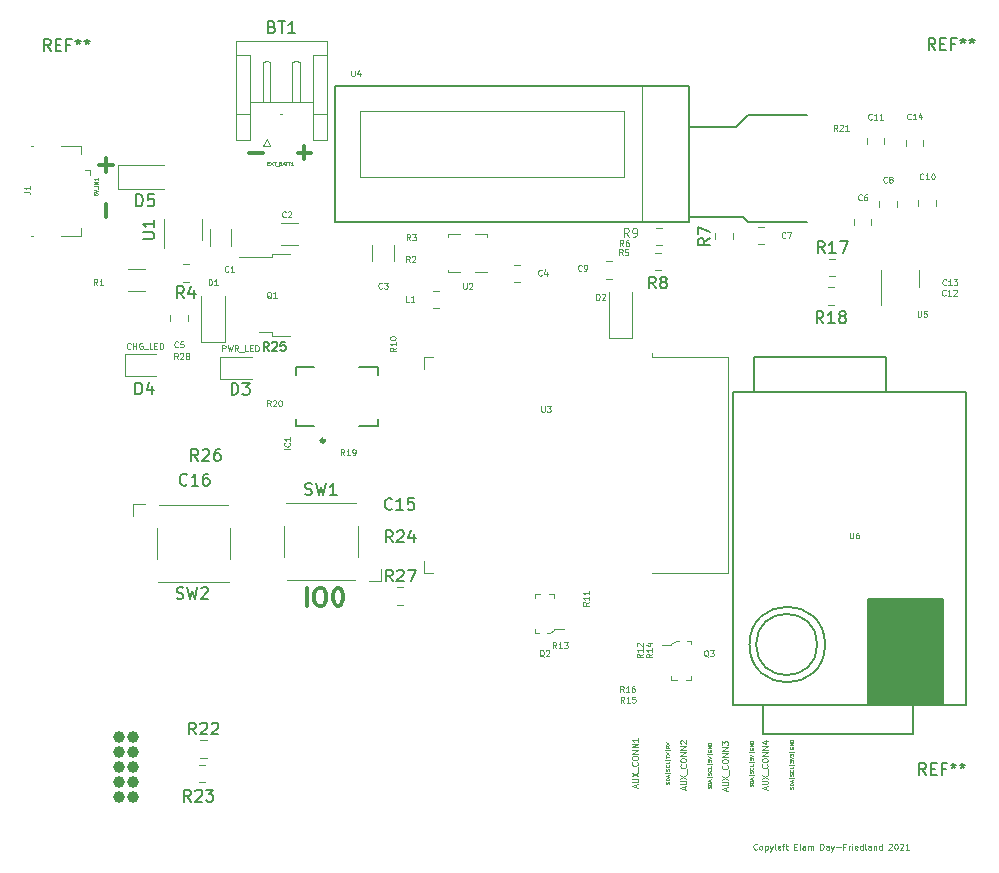
<source format=gbr>
%TF.GenerationSoftware,KiCad,Pcbnew,(5.99.0-8928-gc255dede17)*%
%TF.CreationDate,2021-02-10T00:55:28-08:00*%
%TF.ProjectId,smbpcb,736d6270-6362-42e6-9b69-6361645f7063,rev?*%
%TF.SameCoordinates,Original*%
%TF.FileFunction,Legend,Top*%
%TF.FilePolarity,Positive*%
%FSLAX46Y46*%
G04 Gerber Fmt 4.6, Leading zero omitted, Abs format (unit mm)*
G04 Created by KiCad (PCBNEW (5.99.0-8928-gc255dede17)) date 2021-02-10 00:55:28*
%MOMM*%
%LPD*%
G01*
G04 APERTURE LIST*
%ADD10C,0.050000*%
%ADD11C,0.075000*%
%ADD12C,0.300000*%
%ADD13C,0.100000*%
%ADD14C,0.150000*%
%ADD15C,0.120000*%
%ADD16C,0.127000*%
%ADD17C,1.000000*%
G04 APERTURE END LIST*
D10*
X135121428Y-75678571D02*
X135135714Y-75635714D01*
X135135714Y-75564285D01*
X135121428Y-75535714D01*
X135107142Y-75521428D01*
X135078571Y-75507142D01*
X135050000Y-75507142D01*
X135021428Y-75521428D01*
X135007142Y-75535714D01*
X134992857Y-75564285D01*
X134978571Y-75621428D01*
X134964285Y-75650000D01*
X134950000Y-75664285D01*
X134921428Y-75678571D01*
X134892857Y-75678571D01*
X134864285Y-75664285D01*
X134850000Y-75650000D01*
X134835714Y-75621428D01*
X134835714Y-75550000D01*
X134850000Y-75507142D01*
X135135714Y-75378571D02*
X134835714Y-75378571D01*
X134835714Y-75307142D01*
X134850000Y-75264285D01*
X134878571Y-75235714D01*
X134907142Y-75221428D01*
X134964285Y-75207142D01*
X135007142Y-75207142D01*
X135064285Y-75221428D01*
X135092857Y-75235714D01*
X135121428Y-75264285D01*
X135135714Y-75307142D01*
X135135714Y-75378571D01*
X135050000Y-75092857D02*
X135050000Y-74950000D01*
X135135714Y-75121428D02*
X134835714Y-75021428D01*
X135135714Y-74921428D01*
X135235714Y-74750000D02*
X134807142Y-74750000D01*
X135121428Y-74550000D02*
X135135714Y-74507142D01*
X135135714Y-74435714D01*
X135121428Y-74407142D01*
X135107142Y-74392857D01*
X135078571Y-74378571D01*
X135050000Y-74378571D01*
X135021428Y-74392857D01*
X135007142Y-74407142D01*
X134992857Y-74435714D01*
X134978571Y-74492857D01*
X134964285Y-74521428D01*
X134950000Y-74535714D01*
X134921428Y-74550000D01*
X134892857Y-74550000D01*
X134864285Y-74535714D01*
X134850000Y-74521428D01*
X134835714Y-74492857D01*
X134835714Y-74421428D01*
X134850000Y-74378571D01*
X135107142Y-74078571D02*
X135121428Y-74092857D01*
X135135714Y-74135714D01*
X135135714Y-74164285D01*
X135121428Y-74207142D01*
X135092857Y-74235714D01*
X135064285Y-74250000D01*
X135007142Y-74264285D01*
X134964285Y-74264285D01*
X134907142Y-74250000D01*
X134878571Y-74235714D01*
X134850000Y-74207142D01*
X134835714Y-74164285D01*
X134835714Y-74135714D01*
X134850000Y-74092857D01*
X134864285Y-74078571D01*
X135135714Y-73807142D02*
X135135714Y-73950000D01*
X134835714Y-73950000D01*
X135235714Y-73635714D02*
X134807142Y-73635714D01*
X134835714Y-73450000D02*
X134835714Y-73264285D01*
X134950000Y-73364285D01*
X134950000Y-73321428D01*
X134964285Y-73292857D01*
X134978571Y-73278571D01*
X135007142Y-73264285D01*
X135078571Y-73264285D01*
X135107142Y-73278571D01*
X135121428Y-73292857D01*
X135135714Y-73321428D01*
X135135714Y-73407142D01*
X135121428Y-73435714D01*
X135107142Y-73450000D01*
X134835714Y-73178571D02*
X135135714Y-73078571D01*
X134835714Y-72978571D01*
X134835714Y-72907142D02*
X134835714Y-72721428D01*
X134950000Y-72821428D01*
X134950000Y-72778571D01*
X134964285Y-72750000D01*
X134978571Y-72735714D01*
X135007142Y-72721428D01*
X135078571Y-72721428D01*
X135107142Y-72735714D01*
X135121428Y-72750000D01*
X135135714Y-72778571D01*
X135135714Y-72864285D01*
X135121428Y-72892857D01*
X135107142Y-72907142D01*
X135235714Y-72521428D02*
X134807142Y-72521428D01*
X134850000Y-72150000D02*
X134835714Y-72178571D01*
X134835714Y-72221428D01*
X134850000Y-72264285D01*
X134878571Y-72292857D01*
X134907142Y-72307142D01*
X134964285Y-72321428D01*
X135007142Y-72321428D01*
X135064285Y-72307142D01*
X135092857Y-72292857D01*
X135121428Y-72264285D01*
X135135714Y-72221428D01*
X135135714Y-72192857D01*
X135121428Y-72150000D01*
X135107142Y-72135714D01*
X135007142Y-72135714D01*
X135007142Y-72192857D01*
X135135714Y-72007142D02*
X134835714Y-72007142D01*
X135135714Y-71835714D01*
X134835714Y-71835714D01*
X135135714Y-71692857D02*
X134835714Y-71692857D01*
X134835714Y-71621428D01*
X134850000Y-71578571D01*
X134878571Y-71550000D01*
X134907142Y-71535714D01*
X134964285Y-71521428D01*
X135007142Y-71521428D01*
X135064285Y-71535714D01*
X135092857Y-71550000D01*
X135121428Y-71578571D01*
X135135714Y-71621428D01*
X135135714Y-71692857D01*
X131721428Y-75473214D02*
X131735714Y-75430357D01*
X131735714Y-75358928D01*
X131721428Y-75330357D01*
X131707142Y-75316071D01*
X131678571Y-75301785D01*
X131650000Y-75301785D01*
X131621428Y-75316071D01*
X131607142Y-75330357D01*
X131592857Y-75358928D01*
X131578571Y-75416071D01*
X131564285Y-75444642D01*
X131550000Y-75458928D01*
X131521428Y-75473214D01*
X131492857Y-75473214D01*
X131464285Y-75458928D01*
X131450000Y-75444642D01*
X131435714Y-75416071D01*
X131435714Y-75344642D01*
X131450000Y-75301785D01*
X131735714Y-75173214D02*
X131435714Y-75173214D01*
X131435714Y-75101785D01*
X131450000Y-75058928D01*
X131478571Y-75030357D01*
X131507142Y-75016071D01*
X131564285Y-75001785D01*
X131607142Y-75001785D01*
X131664285Y-75016071D01*
X131692857Y-75030357D01*
X131721428Y-75058928D01*
X131735714Y-75101785D01*
X131735714Y-75173214D01*
X131650000Y-74887500D02*
X131650000Y-74744642D01*
X131735714Y-74916071D02*
X131435714Y-74816071D01*
X131735714Y-74716071D01*
X131835714Y-74544642D02*
X131407142Y-74544642D01*
X131721428Y-74344642D02*
X131735714Y-74301785D01*
X131735714Y-74230357D01*
X131721428Y-74201785D01*
X131707142Y-74187500D01*
X131678571Y-74173214D01*
X131650000Y-74173214D01*
X131621428Y-74187500D01*
X131607142Y-74201785D01*
X131592857Y-74230357D01*
X131578571Y-74287500D01*
X131564285Y-74316071D01*
X131550000Y-74330357D01*
X131521428Y-74344642D01*
X131492857Y-74344642D01*
X131464285Y-74330357D01*
X131450000Y-74316071D01*
X131435714Y-74287500D01*
X131435714Y-74216071D01*
X131450000Y-74173214D01*
X131707142Y-73873214D02*
X131721428Y-73887500D01*
X131735714Y-73930357D01*
X131735714Y-73958928D01*
X131721428Y-74001785D01*
X131692857Y-74030357D01*
X131664285Y-74044642D01*
X131607142Y-74058928D01*
X131564285Y-74058928D01*
X131507142Y-74044642D01*
X131478571Y-74030357D01*
X131450000Y-74001785D01*
X131435714Y-73958928D01*
X131435714Y-73930357D01*
X131450000Y-73887500D01*
X131464285Y-73873214D01*
X131735714Y-73601785D02*
X131735714Y-73744642D01*
X131435714Y-73744642D01*
X131835714Y-73430357D02*
X131407142Y-73430357D01*
X131435714Y-73073214D02*
X131435714Y-73216071D01*
X131578571Y-73230357D01*
X131564285Y-73216071D01*
X131550000Y-73187500D01*
X131550000Y-73116071D01*
X131564285Y-73087500D01*
X131578571Y-73073214D01*
X131607142Y-73058928D01*
X131678571Y-73058928D01*
X131707142Y-73073214D01*
X131721428Y-73087500D01*
X131735714Y-73116071D01*
X131735714Y-73187500D01*
X131721428Y-73216071D01*
X131707142Y-73230357D01*
X131435714Y-72973214D02*
X131735714Y-72873214D01*
X131435714Y-72773214D01*
X131835714Y-72601785D02*
X131407142Y-72601785D01*
X131450000Y-72230357D02*
X131435714Y-72258928D01*
X131435714Y-72301785D01*
X131450000Y-72344642D01*
X131478571Y-72373214D01*
X131507142Y-72387500D01*
X131564285Y-72401785D01*
X131607142Y-72401785D01*
X131664285Y-72387500D01*
X131692857Y-72373214D01*
X131721428Y-72344642D01*
X131735714Y-72301785D01*
X131735714Y-72273214D01*
X131721428Y-72230357D01*
X131707142Y-72216071D01*
X131607142Y-72216071D01*
X131607142Y-72273214D01*
X131735714Y-72087500D02*
X131435714Y-72087500D01*
X131735714Y-71916071D01*
X131435714Y-71916071D01*
X131735714Y-71773214D02*
X131435714Y-71773214D01*
X131435714Y-71701785D01*
X131450000Y-71658928D01*
X131478571Y-71630357D01*
X131507142Y-71616071D01*
X131564285Y-71601785D01*
X131607142Y-71601785D01*
X131664285Y-71616071D01*
X131692857Y-71630357D01*
X131721428Y-71658928D01*
X131735714Y-71701785D01*
X131735714Y-71773214D01*
D11*
X79023809Y-38378571D02*
X79000000Y-38402380D01*
X78928571Y-38426190D01*
X78880952Y-38426190D01*
X78809523Y-38402380D01*
X78761904Y-38354761D01*
X78738095Y-38307142D01*
X78714285Y-38211904D01*
X78714285Y-38140476D01*
X78738095Y-38045238D01*
X78761904Y-37997619D01*
X78809523Y-37950000D01*
X78880952Y-37926190D01*
X78928571Y-37926190D01*
X79000000Y-37950000D01*
X79023809Y-37973809D01*
X79238095Y-38426190D02*
X79238095Y-37926190D01*
X79238095Y-38164285D02*
X79523809Y-38164285D01*
X79523809Y-38426190D02*
X79523809Y-37926190D01*
X80023809Y-37950000D02*
X79976190Y-37926190D01*
X79904761Y-37926190D01*
X79833333Y-37950000D01*
X79785714Y-37997619D01*
X79761904Y-38045238D01*
X79738095Y-38140476D01*
X79738095Y-38211904D01*
X79761904Y-38307142D01*
X79785714Y-38354761D01*
X79833333Y-38402380D01*
X79904761Y-38426190D01*
X79952380Y-38426190D01*
X80023809Y-38402380D01*
X80047619Y-38378571D01*
X80047619Y-38211904D01*
X79952380Y-38211904D01*
X80142857Y-38473809D02*
X80523809Y-38473809D01*
X80880952Y-38426190D02*
X80642857Y-38426190D01*
X80642857Y-37926190D01*
X81047619Y-38164285D02*
X81214285Y-38164285D01*
X81285714Y-38426190D02*
X81047619Y-38426190D01*
X81047619Y-37926190D01*
X81285714Y-37926190D01*
X81500000Y-38426190D02*
X81500000Y-37926190D01*
X81619047Y-37926190D01*
X81690476Y-37950000D01*
X81738095Y-37997619D01*
X81761904Y-38045238D01*
X81785714Y-38140476D01*
X81785714Y-38211904D01*
X81761904Y-38307142D01*
X81738095Y-38354761D01*
X81690476Y-38402380D01*
X81619047Y-38426190D01*
X81500000Y-38426190D01*
D10*
X128171428Y-75635714D02*
X128185714Y-75592857D01*
X128185714Y-75521428D01*
X128171428Y-75492857D01*
X128157142Y-75478571D01*
X128128571Y-75464285D01*
X128100000Y-75464285D01*
X128071428Y-75478571D01*
X128057142Y-75492857D01*
X128042857Y-75521428D01*
X128028571Y-75578571D01*
X128014285Y-75607142D01*
X128000000Y-75621428D01*
X127971428Y-75635714D01*
X127942857Y-75635714D01*
X127914285Y-75621428D01*
X127900000Y-75607142D01*
X127885714Y-75578571D01*
X127885714Y-75507142D01*
X127900000Y-75464285D01*
X128185714Y-75335714D02*
X127885714Y-75335714D01*
X127885714Y-75264285D01*
X127900000Y-75221428D01*
X127928571Y-75192857D01*
X127957142Y-75178571D01*
X128014285Y-75164285D01*
X128057142Y-75164285D01*
X128114285Y-75178571D01*
X128142857Y-75192857D01*
X128171428Y-75221428D01*
X128185714Y-75264285D01*
X128185714Y-75335714D01*
X128100000Y-75050000D02*
X128100000Y-74907142D01*
X128185714Y-75078571D02*
X127885714Y-74978571D01*
X128185714Y-74878571D01*
X128285714Y-74707142D02*
X127857142Y-74707142D01*
X128171428Y-74507142D02*
X128185714Y-74464285D01*
X128185714Y-74392857D01*
X128171428Y-74364285D01*
X128157142Y-74350000D01*
X128128571Y-74335714D01*
X128100000Y-74335714D01*
X128071428Y-74350000D01*
X128057142Y-74364285D01*
X128042857Y-74392857D01*
X128028571Y-74450000D01*
X128014285Y-74478571D01*
X128000000Y-74492857D01*
X127971428Y-74507142D01*
X127942857Y-74507142D01*
X127914285Y-74492857D01*
X127900000Y-74478571D01*
X127885714Y-74450000D01*
X127885714Y-74378571D01*
X127900000Y-74335714D01*
X128157142Y-74035714D02*
X128171428Y-74050000D01*
X128185714Y-74092857D01*
X128185714Y-74121428D01*
X128171428Y-74164285D01*
X128142857Y-74192857D01*
X128114285Y-74207142D01*
X128057142Y-74221428D01*
X128014285Y-74221428D01*
X127957142Y-74207142D01*
X127928571Y-74192857D01*
X127900000Y-74164285D01*
X127885714Y-74121428D01*
X127885714Y-74092857D01*
X127900000Y-74050000D01*
X127914285Y-74035714D01*
X128185714Y-73764285D02*
X128185714Y-73907142D01*
X127885714Y-73907142D01*
X128285714Y-73592857D02*
X127857142Y-73592857D01*
X127885714Y-73235714D02*
X127885714Y-73378571D01*
X128028571Y-73392857D01*
X128014285Y-73378571D01*
X128000000Y-73350000D01*
X128000000Y-73278571D01*
X128014285Y-73250000D01*
X128028571Y-73235714D01*
X128057142Y-73221428D01*
X128128571Y-73221428D01*
X128157142Y-73235714D01*
X128171428Y-73250000D01*
X128185714Y-73278571D01*
X128185714Y-73350000D01*
X128171428Y-73378571D01*
X128157142Y-73392857D01*
X127885714Y-73135714D02*
X128185714Y-73035714D01*
X127885714Y-72935714D01*
X128285714Y-72764285D02*
X127857142Y-72764285D01*
X127900000Y-72392857D02*
X127885714Y-72421428D01*
X127885714Y-72464285D01*
X127900000Y-72507142D01*
X127928571Y-72535714D01*
X127957142Y-72550000D01*
X128014285Y-72564285D01*
X128057142Y-72564285D01*
X128114285Y-72550000D01*
X128142857Y-72535714D01*
X128171428Y-72507142D01*
X128185714Y-72464285D01*
X128185714Y-72435714D01*
X128171428Y-72392857D01*
X128157142Y-72378571D01*
X128057142Y-72378571D01*
X128057142Y-72435714D01*
X128185714Y-72250000D02*
X127885714Y-72250000D01*
X128185714Y-72078571D01*
X127885714Y-72078571D01*
X128185714Y-71935714D02*
X127885714Y-71935714D01*
X127885714Y-71864285D01*
X127900000Y-71821428D01*
X127928571Y-71792857D01*
X127957142Y-71778571D01*
X128014285Y-71764285D01*
X128057142Y-71764285D01*
X128114285Y-71778571D01*
X128142857Y-71792857D01*
X128171428Y-71821428D01*
X128185714Y-71864285D01*
X128185714Y-71935714D01*
D12*
X89078571Y-21857142D02*
X90221428Y-21857142D01*
X76907142Y-27271428D02*
X76907142Y-26128571D01*
X76957142Y-23421428D02*
X76957142Y-22278571D01*
X77528571Y-22850000D02*
X76385714Y-22850000D01*
D13*
X132076190Y-80778571D02*
X132052380Y-80802380D01*
X131980952Y-80826190D01*
X131933333Y-80826190D01*
X131861904Y-80802380D01*
X131814285Y-80754761D01*
X131790476Y-80707142D01*
X131766666Y-80611904D01*
X131766666Y-80540476D01*
X131790476Y-80445238D01*
X131814285Y-80397619D01*
X131861904Y-80350000D01*
X131933333Y-80326190D01*
X131980952Y-80326190D01*
X132052380Y-80350000D01*
X132076190Y-80373809D01*
X132361904Y-80826190D02*
X132314285Y-80802380D01*
X132290476Y-80778571D01*
X132266666Y-80730952D01*
X132266666Y-80588095D01*
X132290476Y-80540476D01*
X132314285Y-80516666D01*
X132361904Y-80492857D01*
X132433333Y-80492857D01*
X132480952Y-80516666D01*
X132504761Y-80540476D01*
X132528571Y-80588095D01*
X132528571Y-80730952D01*
X132504761Y-80778571D01*
X132480952Y-80802380D01*
X132433333Y-80826190D01*
X132361904Y-80826190D01*
X132742857Y-80492857D02*
X132742857Y-80992857D01*
X132742857Y-80516666D02*
X132790476Y-80492857D01*
X132885714Y-80492857D01*
X132933333Y-80516666D01*
X132957142Y-80540476D01*
X132980952Y-80588095D01*
X132980952Y-80730952D01*
X132957142Y-80778571D01*
X132933333Y-80802380D01*
X132885714Y-80826190D01*
X132790476Y-80826190D01*
X132742857Y-80802380D01*
X133147619Y-80492857D02*
X133266666Y-80826190D01*
X133385714Y-80492857D02*
X133266666Y-80826190D01*
X133219047Y-80945238D01*
X133195238Y-80969047D01*
X133147619Y-80992857D01*
X133647619Y-80826190D02*
X133600000Y-80802380D01*
X133576190Y-80754761D01*
X133576190Y-80326190D01*
X134028571Y-80802380D02*
X133980952Y-80826190D01*
X133885714Y-80826190D01*
X133838095Y-80802380D01*
X133814285Y-80754761D01*
X133814285Y-80564285D01*
X133838095Y-80516666D01*
X133885714Y-80492857D01*
X133980952Y-80492857D01*
X134028571Y-80516666D01*
X134052380Y-80564285D01*
X134052380Y-80611904D01*
X133814285Y-80659523D01*
X134195238Y-80492857D02*
X134385714Y-80492857D01*
X134266666Y-80826190D02*
X134266666Y-80397619D01*
X134290476Y-80350000D01*
X134338095Y-80326190D01*
X134385714Y-80326190D01*
X134480952Y-80492857D02*
X134671428Y-80492857D01*
X134552380Y-80326190D02*
X134552380Y-80754761D01*
X134576190Y-80802380D01*
X134623809Y-80826190D01*
X134671428Y-80826190D01*
X135219047Y-80564285D02*
X135385714Y-80564285D01*
X135457142Y-80826190D02*
X135219047Y-80826190D01*
X135219047Y-80326190D01*
X135457142Y-80326190D01*
X135742857Y-80826190D02*
X135695238Y-80802380D01*
X135671428Y-80754761D01*
X135671428Y-80326190D01*
X136147619Y-80826190D02*
X136147619Y-80564285D01*
X136123809Y-80516666D01*
X136076190Y-80492857D01*
X135980952Y-80492857D01*
X135933333Y-80516666D01*
X136147619Y-80802380D02*
X136100000Y-80826190D01*
X135980952Y-80826190D01*
X135933333Y-80802380D01*
X135909523Y-80754761D01*
X135909523Y-80707142D01*
X135933333Y-80659523D01*
X135980952Y-80635714D01*
X136100000Y-80635714D01*
X136147619Y-80611904D01*
X136385714Y-80826190D02*
X136385714Y-80492857D01*
X136385714Y-80540476D02*
X136409523Y-80516666D01*
X136457142Y-80492857D01*
X136528571Y-80492857D01*
X136576190Y-80516666D01*
X136600000Y-80564285D01*
X136600000Y-80826190D01*
X136600000Y-80564285D02*
X136623809Y-80516666D01*
X136671428Y-80492857D01*
X136742857Y-80492857D01*
X136790476Y-80516666D01*
X136814285Y-80564285D01*
X136814285Y-80826190D01*
X137433333Y-80826190D02*
X137433333Y-80326190D01*
X137552380Y-80326190D01*
X137623809Y-80350000D01*
X137671428Y-80397619D01*
X137695238Y-80445238D01*
X137719047Y-80540476D01*
X137719047Y-80611904D01*
X137695238Y-80707142D01*
X137671428Y-80754761D01*
X137623809Y-80802380D01*
X137552380Y-80826190D01*
X137433333Y-80826190D01*
X138147619Y-80826190D02*
X138147619Y-80564285D01*
X138123809Y-80516666D01*
X138076190Y-80492857D01*
X137980952Y-80492857D01*
X137933333Y-80516666D01*
X138147619Y-80802380D02*
X138100000Y-80826190D01*
X137980952Y-80826190D01*
X137933333Y-80802380D01*
X137909523Y-80754761D01*
X137909523Y-80707142D01*
X137933333Y-80659523D01*
X137980952Y-80635714D01*
X138100000Y-80635714D01*
X138147619Y-80611904D01*
X138338095Y-80492857D02*
X138457142Y-80826190D01*
X138576190Y-80492857D02*
X138457142Y-80826190D01*
X138409523Y-80945238D01*
X138385714Y-80969047D01*
X138338095Y-80992857D01*
X138766666Y-80635714D02*
X139147619Y-80635714D01*
X139552380Y-80564285D02*
X139385714Y-80564285D01*
X139385714Y-80826190D02*
X139385714Y-80326190D01*
X139623809Y-80326190D01*
X139814285Y-80826190D02*
X139814285Y-80492857D01*
X139814285Y-80588095D02*
X139838095Y-80540476D01*
X139861904Y-80516666D01*
X139909523Y-80492857D01*
X139957142Y-80492857D01*
X140123809Y-80826190D02*
X140123809Y-80492857D01*
X140123809Y-80326190D02*
X140100000Y-80350000D01*
X140123809Y-80373809D01*
X140147619Y-80350000D01*
X140123809Y-80326190D01*
X140123809Y-80373809D01*
X140552380Y-80802380D02*
X140504761Y-80826190D01*
X140409523Y-80826190D01*
X140361904Y-80802380D01*
X140338095Y-80754761D01*
X140338095Y-80564285D01*
X140361904Y-80516666D01*
X140409523Y-80492857D01*
X140504761Y-80492857D01*
X140552380Y-80516666D01*
X140576190Y-80564285D01*
X140576190Y-80611904D01*
X140338095Y-80659523D01*
X141004761Y-80826190D02*
X141004761Y-80326190D01*
X141004761Y-80802380D02*
X140957142Y-80826190D01*
X140861904Y-80826190D01*
X140814285Y-80802380D01*
X140790476Y-80778571D01*
X140766666Y-80730952D01*
X140766666Y-80588095D01*
X140790476Y-80540476D01*
X140814285Y-80516666D01*
X140861904Y-80492857D01*
X140957142Y-80492857D01*
X141004761Y-80516666D01*
X141314285Y-80826190D02*
X141266666Y-80802380D01*
X141242857Y-80754761D01*
X141242857Y-80326190D01*
X141719047Y-80826190D02*
X141719047Y-80564285D01*
X141695238Y-80516666D01*
X141647619Y-80492857D01*
X141552380Y-80492857D01*
X141504761Y-80516666D01*
X141719047Y-80802380D02*
X141671428Y-80826190D01*
X141552380Y-80826190D01*
X141504761Y-80802380D01*
X141480952Y-80754761D01*
X141480952Y-80707142D01*
X141504761Y-80659523D01*
X141552380Y-80635714D01*
X141671428Y-80635714D01*
X141719047Y-80611904D01*
X141957142Y-80492857D02*
X141957142Y-80826190D01*
X141957142Y-80540476D02*
X141980952Y-80516666D01*
X142028571Y-80492857D01*
X142100000Y-80492857D01*
X142147619Y-80516666D01*
X142171428Y-80564285D01*
X142171428Y-80826190D01*
X142623809Y-80826190D02*
X142623809Y-80326190D01*
X142623809Y-80802380D02*
X142576190Y-80826190D01*
X142480952Y-80826190D01*
X142433333Y-80802380D01*
X142409523Y-80778571D01*
X142385714Y-80730952D01*
X142385714Y-80588095D01*
X142409523Y-80540476D01*
X142433333Y-80516666D01*
X142480952Y-80492857D01*
X142576190Y-80492857D01*
X142623809Y-80516666D01*
X143219047Y-80373809D02*
X143242857Y-80350000D01*
X143290476Y-80326190D01*
X143409523Y-80326190D01*
X143457142Y-80350000D01*
X143480952Y-80373809D01*
X143504761Y-80421428D01*
X143504761Y-80469047D01*
X143480952Y-80540476D01*
X143195238Y-80826190D01*
X143504761Y-80826190D01*
X143814285Y-80326190D02*
X143861904Y-80326190D01*
X143909523Y-80350000D01*
X143933333Y-80373809D01*
X143957142Y-80421428D01*
X143980952Y-80516666D01*
X143980952Y-80635714D01*
X143957142Y-80730952D01*
X143933333Y-80778571D01*
X143909523Y-80802380D01*
X143861904Y-80826190D01*
X143814285Y-80826190D01*
X143766666Y-80802380D01*
X143742857Y-80778571D01*
X143719047Y-80730952D01*
X143695238Y-80635714D01*
X143695238Y-80516666D01*
X143719047Y-80421428D01*
X143742857Y-80373809D01*
X143766666Y-80350000D01*
X143814285Y-80326190D01*
X144171428Y-80373809D02*
X144195238Y-80350000D01*
X144242857Y-80326190D01*
X144361904Y-80326190D01*
X144409523Y-80350000D01*
X144433333Y-80373809D01*
X144457142Y-80421428D01*
X144457142Y-80469047D01*
X144433333Y-80540476D01*
X144147619Y-80826190D01*
X144457142Y-80826190D01*
X144933333Y-80826190D02*
X144647619Y-80826190D01*
X144790476Y-80826190D02*
X144790476Y-80326190D01*
X144742857Y-80397619D01*
X144695238Y-80445238D01*
X144647619Y-80469047D01*
D10*
X124621428Y-75257142D02*
X124635714Y-75214285D01*
X124635714Y-75142857D01*
X124621428Y-75114285D01*
X124607142Y-75100000D01*
X124578571Y-75085714D01*
X124550000Y-75085714D01*
X124521428Y-75100000D01*
X124507142Y-75114285D01*
X124492857Y-75142857D01*
X124478571Y-75200000D01*
X124464285Y-75228571D01*
X124450000Y-75242857D01*
X124421428Y-75257142D01*
X124392857Y-75257142D01*
X124364285Y-75242857D01*
X124350000Y-75228571D01*
X124335714Y-75200000D01*
X124335714Y-75128571D01*
X124350000Y-75085714D01*
X124635714Y-74957142D02*
X124335714Y-74957142D01*
X124335714Y-74885714D01*
X124350000Y-74842857D01*
X124378571Y-74814285D01*
X124407142Y-74800000D01*
X124464285Y-74785714D01*
X124507142Y-74785714D01*
X124564285Y-74800000D01*
X124592857Y-74814285D01*
X124621428Y-74842857D01*
X124635714Y-74885714D01*
X124635714Y-74957142D01*
X124550000Y-74671428D02*
X124550000Y-74528571D01*
X124635714Y-74700000D02*
X124335714Y-74600000D01*
X124635714Y-74500000D01*
X124735714Y-74328571D02*
X124307142Y-74328571D01*
X124621428Y-74128571D02*
X124635714Y-74085714D01*
X124635714Y-74014285D01*
X124621428Y-73985714D01*
X124607142Y-73971428D01*
X124578571Y-73957142D01*
X124550000Y-73957142D01*
X124521428Y-73971428D01*
X124507142Y-73985714D01*
X124492857Y-74014285D01*
X124478571Y-74071428D01*
X124464285Y-74100000D01*
X124450000Y-74114285D01*
X124421428Y-74128571D01*
X124392857Y-74128571D01*
X124364285Y-74114285D01*
X124350000Y-74100000D01*
X124335714Y-74071428D01*
X124335714Y-74000000D01*
X124350000Y-73957142D01*
X124607142Y-73657142D02*
X124621428Y-73671428D01*
X124635714Y-73714285D01*
X124635714Y-73742857D01*
X124621428Y-73785714D01*
X124592857Y-73814285D01*
X124564285Y-73828571D01*
X124507142Y-73842857D01*
X124464285Y-73842857D01*
X124407142Y-73828571D01*
X124378571Y-73814285D01*
X124350000Y-73785714D01*
X124335714Y-73742857D01*
X124335714Y-73714285D01*
X124350000Y-73671428D01*
X124364285Y-73657142D01*
X124635714Y-73385714D02*
X124635714Y-73528571D01*
X124335714Y-73528571D01*
X124735714Y-73214285D02*
X124307142Y-73214285D01*
X124335714Y-73042857D02*
X124335714Y-72871428D01*
X124635714Y-72957142D02*
X124335714Y-72957142D01*
X124335714Y-72800000D02*
X124635714Y-72600000D01*
X124335714Y-72600000D02*
X124635714Y-72800000D01*
X124735714Y-72414285D02*
X124307142Y-72414285D01*
X124635714Y-72028571D02*
X124492857Y-72128571D01*
X124635714Y-72200000D02*
X124335714Y-72200000D01*
X124335714Y-72085714D01*
X124350000Y-72057142D01*
X124364285Y-72042857D01*
X124392857Y-72028571D01*
X124435714Y-72028571D01*
X124464285Y-72042857D01*
X124478571Y-72057142D01*
X124492857Y-72085714D01*
X124492857Y-72200000D01*
X124335714Y-71928571D02*
X124635714Y-71728571D01*
X124335714Y-71728571D02*
X124635714Y-71928571D01*
D12*
X93950000Y-60178571D02*
X93950000Y-58678571D01*
X94950000Y-58678571D02*
X95235714Y-58678571D01*
X95378571Y-58750000D01*
X95521428Y-58892857D01*
X95592857Y-59178571D01*
X95592857Y-59678571D01*
X95521428Y-59964285D01*
X95378571Y-60107142D01*
X95235714Y-60178571D01*
X94950000Y-60178571D01*
X94807142Y-60107142D01*
X94664285Y-59964285D01*
X94592857Y-59678571D01*
X94592857Y-59178571D01*
X94664285Y-58892857D01*
X94807142Y-58750000D01*
X94950000Y-58678571D01*
X96521428Y-58678571D02*
X96664285Y-58678571D01*
X96807142Y-58750000D01*
X96878571Y-58821428D01*
X96950000Y-58964285D01*
X97021428Y-59250000D01*
X97021428Y-59607142D01*
X96950000Y-59892857D01*
X96878571Y-60035714D01*
X96807142Y-60107142D01*
X96664285Y-60178571D01*
X96521428Y-60178571D01*
X96378571Y-60107142D01*
X96307142Y-60035714D01*
X96235714Y-59892857D01*
X96164285Y-59607142D01*
X96164285Y-59250000D01*
X96235714Y-58964285D01*
X96307142Y-58821428D01*
X96378571Y-58750000D01*
X96521428Y-58678571D01*
D11*
X86789285Y-38626190D02*
X86789285Y-38126190D01*
X86979761Y-38126190D01*
X87027380Y-38150000D01*
X87051190Y-38173809D01*
X87075000Y-38221428D01*
X87075000Y-38292857D01*
X87051190Y-38340476D01*
X87027380Y-38364285D01*
X86979761Y-38388095D01*
X86789285Y-38388095D01*
X87241666Y-38126190D02*
X87360714Y-38626190D01*
X87455952Y-38269047D01*
X87551190Y-38626190D01*
X87670238Y-38126190D01*
X88146428Y-38626190D02*
X87979761Y-38388095D01*
X87860714Y-38626190D02*
X87860714Y-38126190D01*
X88051190Y-38126190D01*
X88098809Y-38150000D01*
X88122619Y-38173809D01*
X88146428Y-38221428D01*
X88146428Y-38292857D01*
X88122619Y-38340476D01*
X88098809Y-38364285D01*
X88051190Y-38388095D01*
X87860714Y-38388095D01*
X88241666Y-38673809D02*
X88622619Y-38673809D01*
X88979761Y-38626190D02*
X88741666Y-38626190D01*
X88741666Y-38126190D01*
X89146428Y-38364285D02*
X89313095Y-38364285D01*
X89384523Y-38626190D02*
X89146428Y-38626190D01*
X89146428Y-38126190D01*
X89384523Y-38126190D01*
X89598809Y-38626190D02*
X89598809Y-38126190D01*
X89717857Y-38126190D01*
X89789285Y-38150000D01*
X89836904Y-38197619D01*
X89860714Y-38245238D01*
X89884523Y-38340476D01*
X89884523Y-38411904D01*
X89860714Y-38507142D01*
X89836904Y-38554761D01*
X89789285Y-38602380D01*
X89717857Y-38626190D01*
X89598809Y-38626190D01*
D12*
X93178571Y-21807142D02*
X94321428Y-21807142D01*
X93750000Y-22378571D02*
X93750000Y-21235714D01*
D11*
%TO.C,*%
D14*
%TO.C,D5*%
X79511904Y-26352380D02*
X79511904Y-25352380D01*
X79750000Y-25352380D01*
X79892857Y-25400000D01*
X79988095Y-25495238D01*
X80035714Y-25590476D01*
X80083333Y-25780952D01*
X80083333Y-25923809D01*
X80035714Y-26114285D01*
X79988095Y-26209523D01*
X79892857Y-26304761D01*
X79750000Y-26352380D01*
X79511904Y-26352380D01*
X80988095Y-25352380D02*
X80511904Y-25352380D01*
X80464285Y-25828571D01*
X80511904Y-25780952D01*
X80607142Y-25733333D01*
X80845238Y-25733333D01*
X80940476Y-25780952D01*
X80988095Y-25828571D01*
X81035714Y-25923809D01*
X81035714Y-26161904D01*
X80988095Y-26257142D01*
X80940476Y-26304761D01*
X80845238Y-26352380D01*
X80607142Y-26352380D01*
X80511904Y-26304761D01*
X80464285Y-26257142D01*
D11*
%TO.C,R28*%
X83028571Y-39276190D02*
X82861904Y-39038095D01*
X82742857Y-39276190D02*
X82742857Y-38776190D01*
X82933333Y-38776190D01*
X82980952Y-38800000D01*
X83004761Y-38823809D01*
X83028571Y-38871428D01*
X83028571Y-38942857D01*
X83004761Y-38990476D01*
X82980952Y-39014285D01*
X82933333Y-39038095D01*
X82742857Y-39038095D01*
X83219047Y-38823809D02*
X83242857Y-38800000D01*
X83290476Y-38776190D01*
X83409523Y-38776190D01*
X83457142Y-38800000D01*
X83480952Y-38823809D01*
X83504761Y-38871428D01*
X83504761Y-38919047D01*
X83480952Y-38990476D01*
X83195238Y-39276190D01*
X83504761Y-39276190D01*
X83790476Y-38990476D02*
X83742857Y-38966666D01*
X83719047Y-38942857D01*
X83695238Y-38895238D01*
X83695238Y-38871428D01*
X83719047Y-38823809D01*
X83742857Y-38800000D01*
X83790476Y-38776190D01*
X83885714Y-38776190D01*
X83933333Y-38800000D01*
X83957142Y-38823809D01*
X83980952Y-38871428D01*
X83980952Y-38895238D01*
X83957142Y-38942857D01*
X83933333Y-38966666D01*
X83885714Y-38990476D01*
X83790476Y-38990476D01*
X83742857Y-39014285D01*
X83719047Y-39038095D01*
X83695238Y-39085714D01*
X83695238Y-39180952D01*
X83719047Y-39228571D01*
X83742857Y-39252380D01*
X83790476Y-39276190D01*
X83885714Y-39276190D01*
X83933333Y-39252380D01*
X83957142Y-39228571D01*
X83980952Y-39180952D01*
X83980952Y-39085714D01*
X83957142Y-39038095D01*
X83933333Y-39014285D01*
X83885714Y-38990476D01*
D14*
%TO.C,R26*%
X84757142Y-47902380D02*
X84423809Y-47426190D01*
X84185714Y-47902380D02*
X84185714Y-46902380D01*
X84566666Y-46902380D01*
X84661904Y-46950000D01*
X84709523Y-46997619D01*
X84757142Y-47092857D01*
X84757142Y-47235714D01*
X84709523Y-47330952D01*
X84661904Y-47378571D01*
X84566666Y-47426190D01*
X84185714Y-47426190D01*
X85138095Y-46997619D02*
X85185714Y-46950000D01*
X85280952Y-46902380D01*
X85519047Y-46902380D01*
X85614285Y-46950000D01*
X85661904Y-46997619D01*
X85709523Y-47092857D01*
X85709523Y-47188095D01*
X85661904Y-47330952D01*
X85090476Y-47902380D01*
X85709523Y-47902380D01*
X86566666Y-46902380D02*
X86376190Y-46902380D01*
X86280952Y-46950000D01*
X86233333Y-46997619D01*
X86138095Y-47140476D01*
X86090476Y-47330952D01*
X86090476Y-47711904D01*
X86138095Y-47807142D01*
X86185714Y-47854761D01*
X86280952Y-47902380D01*
X86471428Y-47902380D01*
X86566666Y-47854761D01*
X86614285Y-47807142D01*
X86661904Y-47711904D01*
X86661904Y-47473809D01*
X86614285Y-47378571D01*
X86566666Y-47330952D01*
X86471428Y-47283333D01*
X86280952Y-47283333D01*
X86185714Y-47330952D01*
X86138095Y-47378571D01*
X86090476Y-47473809D01*
%TO.C,REF\u002A\u002A*%
X147166666Y-13102380D02*
X146833333Y-12626190D01*
X146595238Y-13102380D02*
X146595238Y-12102380D01*
X146976190Y-12102380D01*
X147071428Y-12150000D01*
X147119047Y-12197619D01*
X147166666Y-12292857D01*
X147166666Y-12435714D01*
X147119047Y-12530952D01*
X147071428Y-12578571D01*
X146976190Y-12626190D01*
X146595238Y-12626190D01*
X147595238Y-12578571D02*
X147928571Y-12578571D01*
X148071428Y-13102380D02*
X147595238Y-13102380D01*
X147595238Y-12102380D01*
X148071428Y-12102380D01*
X148833333Y-12578571D02*
X148500000Y-12578571D01*
X148500000Y-13102380D02*
X148500000Y-12102380D01*
X148976190Y-12102380D01*
X149500000Y-12102380D02*
X149500000Y-12340476D01*
X149261904Y-12245238D02*
X149500000Y-12340476D01*
X149738095Y-12245238D01*
X149357142Y-12530952D02*
X149500000Y-12340476D01*
X149642857Y-12530952D01*
X150261904Y-12102380D02*
X150261904Y-12340476D01*
X150023809Y-12245238D02*
X150261904Y-12340476D01*
X150500000Y-12245238D01*
X150119047Y-12530952D02*
X150261904Y-12340476D01*
X150404761Y-12530952D01*
%TO.C,U1*%
X80052380Y-29111904D02*
X80861904Y-29111904D01*
X80957142Y-29064285D01*
X81004761Y-29016666D01*
X81052380Y-28921428D01*
X81052380Y-28730952D01*
X81004761Y-28635714D01*
X80957142Y-28588095D01*
X80861904Y-28540476D01*
X80052380Y-28540476D01*
X81052380Y-27540476D02*
X81052380Y-28111904D01*
X81052380Y-27826190D02*
X80052380Y-27826190D01*
X80195238Y-27921428D01*
X80290476Y-28016666D01*
X80338095Y-28111904D01*
D11*
%TO.C,C9*%
X117216666Y-31778571D02*
X117192857Y-31802380D01*
X117121428Y-31826190D01*
X117073809Y-31826190D01*
X117002380Y-31802380D01*
X116954761Y-31754761D01*
X116930952Y-31707142D01*
X116907142Y-31611904D01*
X116907142Y-31540476D01*
X116930952Y-31445238D01*
X116954761Y-31397619D01*
X117002380Y-31350000D01*
X117073809Y-31326190D01*
X117121428Y-31326190D01*
X117192857Y-31350000D01*
X117216666Y-31373809D01*
X117454761Y-31826190D02*
X117550000Y-31826190D01*
X117597619Y-31802380D01*
X117621428Y-31778571D01*
X117669047Y-31707142D01*
X117692857Y-31611904D01*
X117692857Y-31421428D01*
X117669047Y-31373809D01*
X117645238Y-31350000D01*
X117597619Y-31326190D01*
X117502380Y-31326190D01*
X117454761Y-31350000D01*
X117430952Y-31373809D01*
X117407142Y-31421428D01*
X117407142Y-31540476D01*
X117430952Y-31588095D01*
X117454761Y-31611904D01*
X117502380Y-31635714D01*
X117597619Y-31635714D01*
X117645238Y-31611904D01*
X117669047Y-31588095D01*
X117692857Y-31540476D01*
D10*
%TO.C,EXT_BATT1*%
X90614285Y-22728571D02*
X90714285Y-22728571D01*
X90757142Y-22885714D02*
X90614285Y-22885714D01*
X90614285Y-22585714D01*
X90757142Y-22585714D01*
X90857142Y-22585714D02*
X91057142Y-22885714D01*
X91057142Y-22585714D02*
X90857142Y-22885714D01*
X91128571Y-22585714D02*
X91300000Y-22585714D01*
X91214285Y-22885714D02*
X91214285Y-22585714D01*
X91328571Y-22914285D02*
X91557142Y-22914285D01*
X91728571Y-22728571D02*
X91771428Y-22742857D01*
X91785714Y-22757142D01*
X91800000Y-22785714D01*
X91800000Y-22828571D01*
X91785714Y-22857142D01*
X91771428Y-22871428D01*
X91742857Y-22885714D01*
X91628571Y-22885714D01*
X91628571Y-22585714D01*
X91728571Y-22585714D01*
X91757142Y-22600000D01*
X91771428Y-22614285D01*
X91785714Y-22642857D01*
X91785714Y-22671428D01*
X91771428Y-22700000D01*
X91757142Y-22714285D01*
X91728571Y-22728571D01*
X91628571Y-22728571D01*
X91914285Y-22800000D02*
X92057142Y-22800000D01*
X91885714Y-22885714D02*
X91985714Y-22585714D01*
X92085714Y-22885714D01*
X92142857Y-22585714D02*
X92314285Y-22585714D01*
X92228571Y-22885714D02*
X92228571Y-22585714D01*
X92371428Y-22585714D02*
X92542857Y-22585714D01*
X92457142Y-22885714D02*
X92457142Y-22585714D01*
X92800000Y-22885714D02*
X92628571Y-22885714D01*
X92714285Y-22885714D02*
X92714285Y-22585714D01*
X92685714Y-22628571D01*
X92657142Y-22657142D01*
X92628571Y-22671428D01*
D11*
%TO.C,C3*%
X100316666Y-33278571D02*
X100292857Y-33302380D01*
X100221428Y-33326190D01*
X100173809Y-33326190D01*
X100102380Y-33302380D01*
X100054761Y-33254761D01*
X100030952Y-33207142D01*
X100007142Y-33111904D01*
X100007142Y-33040476D01*
X100030952Y-32945238D01*
X100054761Y-32897619D01*
X100102380Y-32850000D01*
X100173809Y-32826190D01*
X100221428Y-32826190D01*
X100292857Y-32850000D01*
X100316666Y-32873809D01*
X100483333Y-32826190D02*
X100792857Y-32826190D01*
X100626190Y-33016666D01*
X100697619Y-33016666D01*
X100745238Y-33040476D01*
X100769047Y-33064285D01*
X100792857Y-33111904D01*
X100792857Y-33230952D01*
X100769047Y-33278571D01*
X100745238Y-33302380D01*
X100697619Y-33326190D01*
X100554761Y-33326190D01*
X100507142Y-33302380D01*
X100483333Y-33278571D01*
D14*
%TO.C,R8*%
X123479733Y-33301380D02*
X123146400Y-32825190D01*
X122908304Y-33301380D02*
X122908304Y-32301380D01*
X123289257Y-32301380D01*
X123384495Y-32349000D01*
X123432114Y-32396619D01*
X123479733Y-32491857D01*
X123479733Y-32634714D01*
X123432114Y-32729952D01*
X123384495Y-32777571D01*
X123289257Y-32825190D01*
X122908304Y-32825190D01*
X124051161Y-32729952D02*
X123955923Y-32682333D01*
X123908304Y-32634714D01*
X123860685Y-32539476D01*
X123860685Y-32491857D01*
X123908304Y-32396619D01*
X123955923Y-32349000D01*
X124051161Y-32301380D01*
X124241638Y-32301380D01*
X124336876Y-32349000D01*
X124384495Y-32396619D01*
X124432114Y-32491857D01*
X124432114Y-32539476D01*
X124384495Y-32634714D01*
X124336876Y-32682333D01*
X124241638Y-32729952D01*
X124051161Y-32729952D01*
X123955923Y-32777571D01*
X123908304Y-32825190D01*
X123860685Y-32920428D01*
X123860685Y-33110904D01*
X123908304Y-33206142D01*
X123955923Y-33253761D01*
X124051161Y-33301380D01*
X124241638Y-33301380D01*
X124336876Y-33253761D01*
X124384495Y-33206142D01*
X124432114Y-33110904D01*
X124432114Y-32920428D01*
X124384495Y-32825190D01*
X124336876Y-32777571D01*
X124241638Y-32729952D01*
D11*
%TO.C,AUX_CONN2*%
X125933333Y-75733333D02*
X125933333Y-75495238D01*
X126076190Y-75780952D02*
X125576190Y-75614285D01*
X126076190Y-75447619D01*
X125576190Y-75280952D02*
X125980952Y-75280952D01*
X126028571Y-75257142D01*
X126052380Y-75233333D01*
X126076190Y-75185714D01*
X126076190Y-75090476D01*
X126052380Y-75042857D01*
X126028571Y-75019047D01*
X125980952Y-74995238D01*
X125576190Y-74995238D01*
X125576190Y-74804761D02*
X126076190Y-74471428D01*
X125576190Y-74471428D02*
X126076190Y-74804761D01*
X126123809Y-74400000D02*
X126123809Y-74019047D01*
X126028571Y-73614285D02*
X126052380Y-73638095D01*
X126076190Y-73709523D01*
X126076190Y-73757142D01*
X126052380Y-73828571D01*
X126004761Y-73876190D01*
X125957142Y-73900000D01*
X125861904Y-73923809D01*
X125790476Y-73923809D01*
X125695238Y-73900000D01*
X125647619Y-73876190D01*
X125600000Y-73828571D01*
X125576190Y-73757142D01*
X125576190Y-73709523D01*
X125600000Y-73638095D01*
X125623809Y-73614285D01*
X125576190Y-73304761D02*
X125576190Y-73209523D01*
X125600000Y-73161904D01*
X125647619Y-73114285D01*
X125742857Y-73090476D01*
X125909523Y-73090476D01*
X126004761Y-73114285D01*
X126052380Y-73161904D01*
X126076190Y-73209523D01*
X126076190Y-73304761D01*
X126052380Y-73352380D01*
X126004761Y-73400000D01*
X125909523Y-73423809D01*
X125742857Y-73423809D01*
X125647619Y-73400000D01*
X125600000Y-73352380D01*
X125576190Y-73304761D01*
X126076190Y-72876190D02*
X125576190Y-72876190D01*
X126076190Y-72590476D01*
X125576190Y-72590476D01*
X126076190Y-72352380D02*
X125576190Y-72352380D01*
X126076190Y-72066666D01*
X125576190Y-72066666D01*
X125623809Y-71852380D02*
X125600000Y-71828571D01*
X125576190Y-71780952D01*
X125576190Y-71661904D01*
X125600000Y-71614285D01*
X125623809Y-71590476D01*
X125671428Y-71566666D01*
X125719047Y-71566666D01*
X125790476Y-71590476D01*
X126076190Y-71876190D01*
X126076190Y-71566666D01*
%TO.C,Q1*%
X90935180Y-34132009D02*
X90887561Y-34108200D01*
X90839942Y-34060580D01*
X90768514Y-33989152D01*
X90720895Y-33965342D01*
X90673276Y-33965342D01*
X90697085Y-34084390D02*
X90649466Y-34060580D01*
X90601847Y-34012961D01*
X90578038Y-33917723D01*
X90578038Y-33751057D01*
X90601847Y-33655819D01*
X90649466Y-33608200D01*
X90697085Y-33584390D01*
X90792323Y-33584390D01*
X90839942Y-33608200D01*
X90887561Y-33655819D01*
X90911371Y-33751057D01*
X90911371Y-33917723D01*
X90887561Y-34012961D01*
X90839942Y-34060580D01*
X90792323Y-34084390D01*
X90697085Y-34084390D01*
X91387561Y-34084390D02*
X91101847Y-34084390D01*
X91244704Y-34084390D02*
X91244704Y-33584390D01*
X91197085Y-33655819D01*
X91149466Y-33703438D01*
X91101847Y-33727247D01*
%TO.C,R1*%
X76216666Y-33026190D02*
X76050000Y-32788095D01*
X75930952Y-33026190D02*
X75930952Y-32526190D01*
X76121428Y-32526190D01*
X76169047Y-32550000D01*
X76192857Y-32573809D01*
X76216666Y-32621428D01*
X76216666Y-32692857D01*
X76192857Y-32740476D01*
X76169047Y-32764285D01*
X76121428Y-32788095D01*
X75930952Y-32788095D01*
X76692857Y-33026190D02*
X76407142Y-33026190D01*
X76550000Y-33026190D02*
X76550000Y-32526190D01*
X76502380Y-32597619D01*
X76454761Y-32645238D01*
X76407142Y-32669047D01*
%TO.C,R11*%
X117826190Y-59871428D02*
X117588095Y-60038095D01*
X117826190Y-60157142D02*
X117326190Y-60157142D01*
X117326190Y-59966666D01*
X117350000Y-59919047D01*
X117373809Y-59895238D01*
X117421428Y-59871428D01*
X117492857Y-59871428D01*
X117540476Y-59895238D01*
X117564285Y-59919047D01*
X117588095Y-59966666D01*
X117588095Y-60157142D01*
X117826190Y-59395238D02*
X117826190Y-59680952D01*
X117826190Y-59538095D02*
X117326190Y-59538095D01*
X117397619Y-59585714D01*
X117445238Y-59633333D01*
X117469047Y-59680952D01*
X117826190Y-58919047D02*
X117826190Y-59204761D01*
X117826190Y-59061904D02*
X117326190Y-59061904D01*
X117397619Y-59109523D01*
X117445238Y-59157142D01*
X117469047Y-59204761D01*
%TO.C,C7*%
X134466666Y-29003571D02*
X134442857Y-29027380D01*
X134371428Y-29051190D01*
X134323809Y-29051190D01*
X134252380Y-29027380D01*
X134204761Y-28979761D01*
X134180952Y-28932142D01*
X134157142Y-28836904D01*
X134157142Y-28765476D01*
X134180952Y-28670238D01*
X134204761Y-28622619D01*
X134252380Y-28575000D01*
X134323809Y-28551190D01*
X134371428Y-28551190D01*
X134442857Y-28575000D01*
X134466666Y-28598809D01*
X134633333Y-28551190D02*
X134966666Y-28551190D01*
X134752380Y-29051190D01*
%TO.C,R15*%
X120828571Y-68376190D02*
X120661904Y-68138095D01*
X120542857Y-68376190D02*
X120542857Y-67876190D01*
X120733333Y-67876190D01*
X120780952Y-67900000D01*
X120804761Y-67923809D01*
X120828571Y-67971428D01*
X120828571Y-68042857D01*
X120804761Y-68090476D01*
X120780952Y-68114285D01*
X120733333Y-68138095D01*
X120542857Y-68138095D01*
X121304761Y-68376190D02*
X121019047Y-68376190D01*
X121161904Y-68376190D02*
X121161904Y-67876190D01*
X121114285Y-67947619D01*
X121066666Y-67995238D01*
X121019047Y-68019047D01*
X121757142Y-67876190D02*
X121519047Y-67876190D01*
X121495238Y-68114285D01*
X121519047Y-68090476D01*
X121566666Y-68066666D01*
X121685714Y-68066666D01*
X121733333Y-68090476D01*
X121757142Y-68114285D01*
X121780952Y-68161904D01*
X121780952Y-68280952D01*
X121757142Y-68328571D01*
X121733333Y-68352380D01*
X121685714Y-68376190D01*
X121566666Y-68376190D01*
X121519047Y-68352380D01*
X121495238Y-68328571D01*
%TO.C,C10*%
X146153571Y-24028571D02*
X146129761Y-24052380D01*
X146058333Y-24076190D01*
X146010714Y-24076190D01*
X145939285Y-24052380D01*
X145891666Y-24004761D01*
X145867857Y-23957142D01*
X145844047Y-23861904D01*
X145844047Y-23790476D01*
X145867857Y-23695238D01*
X145891666Y-23647619D01*
X145939285Y-23600000D01*
X146010714Y-23576190D01*
X146058333Y-23576190D01*
X146129761Y-23600000D01*
X146153571Y-23623809D01*
X146629761Y-24076190D02*
X146344047Y-24076190D01*
X146486904Y-24076190D02*
X146486904Y-23576190D01*
X146439285Y-23647619D01*
X146391666Y-23695238D01*
X146344047Y-23719047D01*
X146939285Y-23576190D02*
X146986904Y-23576190D01*
X147034523Y-23600000D01*
X147058333Y-23623809D01*
X147082142Y-23671428D01*
X147105952Y-23766666D01*
X147105952Y-23885714D01*
X147082142Y-23980952D01*
X147058333Y-24028571D01*
X147034523Y-24052380D01*
X146986904Y-24076190D01*
X146939285Y-24076190D01*
X146891666Y-24052380D01*
X146867857Y-24028571D01*
X146844047Y-23980952D01*
X146820238Y-23885714D01*
X146820238Y-23766666D01*
X146844047Y-23671428D01*
X146867857Y-23623809D01*
X146891666Y-23600000D01*
X146939285Y-23576190D01*
%TO.C,C8*%
X143066666Y-24303571D02*
X143042857Y-24327380D01*
X142971428Y-24351190D01*
X142923809Y-24351190D01*
X142852380Y-24327380D01*
X142804761Y-24279761D01*
X142780952Y-24232142D01*
X142757142Y-24136904D01*
X142757142Y-24065476D01*
X142780952Y-23970238D01*
X142804761Y-23922619D01*
X142852380Y-23875000D01*
X142923809Y-23851190D01*
X142971428Y-23851190D01*
X143042857Y-23875000D01*
X143066666Y-23898809D01*
X143352380Y-24065476D02*
X143304761Y-24041666D01*
X143280952Y-24017857D01*
X143257142Y-23970238D01*
X143257142Y-23946428D01*
X143280952Y-23898809D01*
X143304761Y-23875000D01*
X143352380Y-23851190D01*
X143447619Y-23851190D01*
X143495238Y-23875000D01*
X143519047Y-23898809D01*
X143542857Y-23946428D01*
X143542857Y-23970238D01*
X143519047Y-24017857D01*
X143495238Y-24041666D01*
X143447619Y-24065476D01*
X143352380Y-24065476D01*
X143304761Y-24089285D01*
X143280952Y-24113095D01*
X143257142Y-24160714D01*
X143257142Y-24255952D01*
X143280952Y-24303571D01*
X143304761Y-24327380D01*
X143352380Y-24351190D01*
X143447619Y-24351190D01*
X143495238Y-24327380D01*
X143519047Y-24303571D01*
X143542857Y-24255952D01*
X143542857Y-24160714D01*
X143519047Y-24113095D01*
X143495238Y-24089285D01*
X143447619Y-24065476D01*
%TO.C,U5*%
X145669047Y-35226190D02*
X145669047Y-35630952D01*
X145692857Y-35678571D01*
X145716666Y-35702380D01*
X145764285Y-35726190D01*
X145859523Y-35726190D01*
X145907142Y-35702380D01*
X145930952Y-35678571D01*
X145954761Y-35630952D01*
X145954761Y-35226190D01*
X146430952Y-35226190D02*
X146192857Y-35226190D01*
X146169047Y-35464285D01*
X146192857Y-35440476D01*
X146240476Y-35416666D01*
X146359523Y-35416666D01*
X146407142Y-35440476D01*
X146430952Y-35464285D01*
X146454761Y-35511904D01*
X146454761Y-35630952D01*
X146430952Y-35678571D01*
X146407142Y-35702380D01*
X146359523Y-35726190D01*
X146240476Y-35726190D01*
X146192857Y-35702380D01*
X146169047Y-35678571D01*
D14*
%TO.C,R22*%
X84557142Y-71072380D02*
X84223809Y-70596190D01*
X83985714Y-71072380D02*
X83985714Y-70072380D01*
X84366666Y-70072380D01*
X84461904Y-70120000D01*
X84509523Y-70167619D01*
X84557142Y-70262857D01*
X84557142Y-70405714D01*
X84509523Y-70500952D01*
X84461904Y-70548571D01*
X84366666Y-70596190D01*
X83985714Y-70596190D01*
X84938095Y-70167619D02*
X84985714Y-70120000D01*
X85080952Y-70072380D01*
X85319047Y-70072380D01*
X85414285Y-70120000D01*
X85461904Y-70167619D01*
X85509523Y-70262857D01*
X85509523Y-70358095D01*
X85461904Y-70500952D01*
X84890476Y-71072380D01*
X85509523Y-71072380D01*
X85890476Y-70167619D02*
X85938095Y-70120000D01*
X86033333Y-70072380D01*
X86271428Y-70072380D01*
X86366666Y-70120000D01*
X86414285Y-70167619D01*
X86461904Y-70262857D01*
X86461904Y-70358095D01*
X86414285Y-70500952D01*
X85842857Y-71072380D01*
X86461904Y-71072380D01*
D11*
%TO.C,C14*%
X145078571Y-18953571D02*
X145054761Y-18977380D01*
X144983333Y-19001190D01*
X144935714Y-19001190D01*
X144864285Y-18977380D01*
X144816666Y-18929761D01*
X144792857Y-18882142D01*
X144769047Y-18786904D01*
X144769047Y-18715476D01*
X144792857Y-18620238D01*
X144816666Y-18572619D01*
X144864285Y-18525000D01*
X144935714Y-18501190D01*
X144983333Y-18501190D01*
X145054761Y-18525000D01*
X145078571Y-18548809D01*
X145554761Y-19001190D02*
X145269047Y-19001190D01*
X145411904Y-19001190D02*
X145411904Y-18501190D01*
X145364285Y-18572619D01*
X145316666Y-18620238D01*
X145269047Y-18644047D01*
X145983333Y-18667857D02*
X145983333Y-19001190D01*
X145864285Y-18477380D02*
X145745238Y-18834523D01*
X146054761Y-18834523D01*
%TO.C,L1*%
X102616666Y-34426190D02*
X102378571Y-34426190D01*
X102378571Y-33926190D01*
X103045238Y-34426190D02*
X102759523Y-34426190D01*
X102902380Y-34426190D02*
X102902380Y-33926190D01*
X102854761Y-33997619D01*
X102807142Y-34045238D01*
X102759523Y-34069047D01*
%TO.C,U2*%
X107186247Y-32856790D02*
X107186247Y-33261552D01*
X107210057Y-33309171D01*
X107233866Y-33332980D01*
X107281485Y-33356790D01*
X107376723Y-33356790D01*
X107424342Y-33332980D01*
X107448152Y-33309171D01*
X107471961Y-33261552D01*
X107471961Y-32856790D01*
X107686247Y-32904409D02*
X107710057Y-32880600D01*
X107757676Y-32856790D01*
X107876723Y-32856790D01*
X107924342Y-32880600D01*
X107948152Y-32904409D01*
X107971961Y-32952028D01*
X107971961Y-32999647D01*
X107948152Y-33071076D01*
X107662438Y-33356790D01*
X107971961Y-33356790D01*
%TO.C,C12*%
X148028571Y-33878571D02*
X148004761Y-33902380D01*
X147933333Y-33926190D01*
X147885714Y-33926190D01*
X147814285Y-33902380D01*
X147766666Y-33854761D01*
X147742857Y-33807142D01*
X147719047Y-33711904D01*
X147719047Y-33640476D01*
X147742857Y-33545238D01*
X147766666Y-33497619D01*
X147814285Y-33450000D01*
X147885714Y-33426190D01*
X147933333Y-33426190D01*
X148004761Y-33450000D01*
X148028571Y-33473809D01*
X148504761Y-33926190D02*
X148219047Y-33926190D01*
X148361904Y-33926190D02*
X148361904Y-33426190D01*
X148314285Y-33497619D01*
X148266666Y-33545238D01*
X148219047Y-33569047D01*
X148695238Y-33473809D02*
X148719047Y-33450000D01*
X148766666Y-33426190D01*
X148885714Y-33426190D01*
X148933333Y-33450000D01*
X148957142Y-33473809D01*
X148980952Y-33521428D01*
X148980952Y-33569047D01*
X148957142Y-33640476D01*
X148671428Y-33926190D01*
X148980952Y-33926190D01*
D14*
%TO.C,R24*%
X101207142Y-54802380D02*
X100873809Y-54326190D01*
X100635714Y-54802380D02*
X100635714Y-53802380D01*
X101016666Y-53802380D01*
X101111904Y-53850000D01*
X101159523Y-53897619D01*
X101207142Y-53992857D01*
X101207142Y-54135714D01*
X101159523Y-54230952D01*
X101111904Y-54278571D01*
X101016666Y-54326190D01*
X100635714Y-54326190D01*
X101588095Y-53897619D02*
X101635714Y-53850000D01*
X101730952Y-53802380D01*
X101969047Y-53802380D01*
X102064285Y-53850000D01*
X102111904Y-53897619D01*
X102159523Y-53992857D01*
X102159523Y-54088095D01*
X102111904Y-54230952D01*
X101540476Y-54802380D01*
X102159523Y-54802380D01*
X103016666Y-54135714D02*
X103016666Y-54802380D01*
X102778571Y-53754761D02*
X102540476Y-54469047D01*
X103159523Y-54469047D01*
D11*
%TO.C,C5*%
X83041666Y-38253571D02*
X83017857Y-38277380D01*
X82946428Y-38301190D01*
X82898809Y-38301190D01*
X82827380Y-38277380D01*
X82779761Y-38229761D01*
X82755952Y-38182142D01*
X82732142Y-38086904D01*
X82732142Y-38015476D01*
X82755952Y-37920238D01*
X82779761Y-37872619D01*
X82827380Y-37825000D01*
X82898809Y-37801190D01*
X82946428Y-37801190D01*
X83017857Y-37825000D01*
X83041666Y-37848809D01*
X83494047Y-37801190D02*
X83255952Y-37801190D01*
X83232142Y-38039285D01*
X83255952Y-38015476D01*
X83303571Y-37991666D01*
X83422619Y-37991666D01*
X83470238Y-38015476D01*
X83494047Y-38039285D01*
X83517857Y-38086904D01*
X83517857Y-38205952D01*
X83494047Y-38253571D01*
X83470238Y-38277380D01*
X83422619Y-38301190D01*
X83303571Y-38301190D01*
X83255952Y-38277380D01*
X83232142Y-38253571D01*
%TO.C,R2*%
X102666666Y-31076190D02*
X102500000Y-30838095D01*
X102380952Y-31076190D02*
X102380952Y-30576190D01*
X102571428Y-30576190D01*
X102619047Y-30600000D01*
X102642857Y-30623809D01*
X102666666Y-30671428D01*
X102666666Y-30742857D01*
X102642857Y-30790476D01*
X102619047Y-30814285D01*
X102571428Y-30838095D01*
X102380952Y-30838095D01*
X102857142Y-30623809D02*
X102880952Y-30600000D01*
X102928571Y-30576190D01*
X103047619Y-30576190D01*
X103095238Y-30600000D01*
X103119047Y-30623809D01*
X103142857Y-30671428D01*
X103142857Y-30719047D01*
X103119047Y-30790476D01*
X102833333Y-31076190D01*
X103142857Y-31076190D01*
%TO.C,U6*%
X139919047Y-53976190D02*
X139919047Y-54380952D01*
X139942857Y-54428571D01*
X139966666Y-54452380D01*
X140014285Y-54476190D01*
X140109523Y-54476190D01*
X140157142Y-54452380D01*
X140180952Y-54428571D01*
X140204761Y-54380952D01*
X140204761Y-53976190D01*
X140657142Y-53976190D02*
X140561904Y-53976190D01*
X140514285Y-54000000D01*
X140490476Y-54023809D01*
X140442857Y-54095238D01*
X140419047Y-54190476D01*
X140419047Y-54380952D01*
X140442857Y-54428571D01*
X140466666Y-54452380D01*
X140514285Y-54476190D01*
X140609523Y-54476190D01*
X140657142Y-54452380D01*
X140680952Y-54428571D01*
X140704761Y-54380952D01*
X140704761Y-54261904D01*
X140680952Y-54214285D01*
X140657142Y-54190476D01*
X140609523Y-54166666D01*
X140514285Y-54166666D01*
X140466666Y-54190476D01*
X140442857Y-54214285D01*
X140419047Y-54261904D01*
D14*
%TO.C,C16*%
X83807142Y-49907142D02*
X83759523Y-49954761D01*
X83616666Y-50002380D01*
X83521428Y-50002380D01*
X83378571Y-49954761D01*
X83283333Y-49859523D01*
X83235714Y-49764285D01*
X83188095Y-49573809D01*
X83188095Y-49430952D01*
X83235714Y-49240476D01*
X83283333Y-49145238D01*
X83378571Y-49050000D01*
X83521428Y-49002380D01*
X83616666Y-49002380D01*
X83759523Y-49050000D01*
X83807142Y-49097619D01*
X84759523Y-50002380D02*
X84188095Y-50002380D01*
X84473809Y-50002380D02*
X84473809Y-49002380D01*
X84378571Y-49145238D01*
X84283333Y-49240476D01*
X84188095Y-49288095D01*
X85616666Y-49002380D02*
X85426190Y-49002380D01*
X85330952Y-49050000D01*
X85283333Y-49097619D01*
X85188095Y-49240476D01*
X85140476Y-49430952D01*
X85140476Y-49811904D01*
X85188095Y-49907142D01*
X85235714Y-49954761D01*
X85330952Y-50002380D01*
X85521428Y-50002380D01*
X85616666Y-49954761D01*
X85664285Y-49907142D01*
X85711904Y-49811904D01*
X85711904Y-49573809D01*
X85664285Y-49478571D01*
X85616666Y-49430952D01*
X85521428Y-49383333D01*
X85330952Y-49383333D01*
X85235714Y-49430952D01*
X85188095Y-49478571D01*
X85140476Y-49573809D01*
D11*
%TO.C,R20*%
X90878571Y-43276190D02*
X90711904Y-43038095D01*
X90592857Y-43276190D02*
X90592857Y-42776190D01*
X90783333Y-42776190D01*
X90830952Y-42800000D01*
X90854761Y-42823809D01*
X90878571Y-42871428D01*
X90878571Y-42942857D01*
X90854761Y-42990476D01*
X90830952Y-43014285D01*
X90783333Y-43038095D01*
X90592857Y-43038095D01*
X91069047Y-42823809D02*
X91092857Y-42800000D01*
X91140476Y-42776190D01*
X91259523Y-42776190D01*
X91307142Y-42800000D01*
X91330952Y-42823809D01*
X91354761Y-42871428D01*
X91354761Y-42919047D01*
X91330952Y-42990476D01*
X91045238Y-43276190D01*
X91354761Y-43276190D01*
X91664285Y-42776190D02*
X91711904Y-42776190D01*
X91759523Y-42800000D01*
X91783333Y-42823809D01*
X91807142Y-42871428D01*
X91830952Y-42966666D01*
X91830952Y-43085714D01*
X91807142Y-43180952D01*
X91783333Y-43228571D01*
X91759523Y-43252380D01*
X91711904Y-43276190D01*
X91664285Y-43276190D01*
X91616666Y-43252380D01*
X91592857Y-43228571D01*
X91569047Y-43180952D01*
X91545238Y-43085714D01*
X91545238Y-42966666D01*
X91569047Y-42871428D01*
X91592857Y-42823809D01*
X91616666Y-42800000D01*
X91664285Y-42776190D01*
D14*
%TO.C,SW2*%
X82916666Y-59554761D02*
X83059523Y-59602380D01*
X83297619Y-59602380D01*
X83392857Y-59554761D01*
X83440476Y-59507142D01*
X83488095Y-59411904D01*
X83488095Y-59316666D01*
X83440476Y-59221428D01*
X83392857Y-59173809D01*
X83297619Y-59126190D01*
X83107142Y-59078571D01*
X83011904Y-59030952D01*
X82964285Y-58983333D01*
X82916666Y-58888095D01*
X82916666Y-58792857D01*
X82964285Y-58697619D01*
X83011904Y-58650000D01*
X83107142Y-58602380D01*
X83345238Y-58602380D01*
X83488095Y-58650000D01*
X83821428Y-58602380D02*
X84059523Y-59602380D01*
X84250000Y-58888095D01*
X84440476Y-59602380D01*
X84678571Y-58602380D01*
X85011904Y-58697619D02*
X85059523Y-58650000D01*
X85154761Y-58602380D01*
X85392857Y-58602380D01*
X85488095Y-58650000D01*
X85535714Y-58697619D01*
X85583333Y-58792857D01*
X85583333Y-58888095D01*
X85535714Y-59030952D01*
X84964285Y-59602380D01*
X85583333Y-59602380D01*
D11*
%TO.C,J1*%
X70025190Y-25146866D02*
X70382333Y-25146866D01*
X70453761Y-25170676D01*
X70501380Y-25218295D01*
X70525190Y-25289723D01*
X70525190Y-25337342D01*
X70525190Y-24646866D02*
X70525190Y-24932580D01*
X70525190Y-24789723D02*
X70025190Y-24789723D01*
X70096619Y-24837342D01*
X70144238Y-24884961D01*
X70168047Y-24932580D01*
D14*
%TO.C,*%
D10*
%TO.C,5V_IN1*%
X75935714Y-25242857D02*
X75935714Y-25385714D01*
X76078571Y-25400000D01*
X76064285Y-25385714D01*
X76050000Y-25357142D01*
X76050000Y-25285714D01*
X76064285Y-25257142D01*
X76078571Y-25242857D01*
X76107142Y-25228571D01*
X76178571Y-25228571D01*
X76207142Y-25242857D01*
X76221428Y-25257142D01*
X76235714Y-25285714D01*
X76235714Y-25357142D01*
X76221428Y-25385714D01*
X76207142Y-25400000D01*
X75935714Y-25142857D02*
X76235714Y-25042857D01*
X75935714Y-24942857D01*
X76264285Y-24914285D02*
X76264285Y-24685714D01*
X76235714Y-24614285D02*
X75935714Y-24614285D01*
X76235714Y-24471428D02*
X75935714Y-24471428D01*
X76235714Y-24300000D01*
X75935714Y-24300000D01*
X76235714Y-24000000D02*
X76235714Y-24171428D01*
X76235714Y-24085714D02*
X75935714Y-24085714D01*
X75978571Y-24114285D01*
X76007142Y-24142857D01*
X76021428Y-24171428D01*
D11*
%TO.C,D2*%
X118455952Y-34276190D02*
X118455952Y-33776190D01*
X118575000Y-33776190D01*
X118646428Y-33800000D01*
X118694047Y-33847619D01*
X118717857Y-33895238D01*
X118741666Y-33990476D01*
X118741666Y-34061904D01*
X118717857Y-34157142D01*
X118694047Y-34204761D01*
X118646428Y-34252380D01*
X118575000Y-34276190D01*
X118455952Y-34276190D01*
X118932142Y-33823809D02*
X118955952Y-33800000D01*
X119003571Y-33776190D01*
X119122619Y-33776190D01*
X119170238Y-33800000D01*
X119194047Y-33823809D01*
X119217857Y-33871428D01*
X119217857Y-33919047D01*
X119194047Y-33990476D01*
X118908333Y-34276190D01*
X119217857Y-34276190D01*
%TO.C,R6*%
X120741666Y-29726190D02*
X120575000Y-29488095D01*
X120455952Y-29726190D02*
X120455952Y-29226190D01*
X120646428Y-29226190D01*
X120694047Y-29250000D01*
X120717857Y-29273809D01*
X120741666Y-29321428D01*
X120741666Y-29392857D01*
X120717857Y-29440476D01*
X120694047Y-29464285D01*
X120646428Y-29488095D01*
X120455952Y-29488095D01*
X121170238Y-29226190D02*
X121075000Y-29226190D01*
X121027380Y-29250000D01*
X121003571Y-29273809D01*
X120955952Y-29345238D01*
X120932142Y-29440476D01*
X120932142Y-29630952D01*
X120955952Y-29678571D01*
X120979761Y-29702380D01*
X121027380Y-29726190D01*
X121122619Y-29726190D01*
X121170238Y-29702380D01*
X121194047Y-29678571D01*
X121217857Y-29630952D01*
X121217857Y-29511904D01*
X121194047Y-29464285D01*
X121170238Y-29440476D01*
X121122619Y-29416666D01*
X121027380Y-29416666D01*
X120979761Y-29440476D01*
X120955952Y-29464285D01*
X120932142Y-29511904D01*
%TO.C,R13*%
X115078571Y-63776190D02*
X114911904Y-63538095D01*
X114792857Y-63776190D02*
X114792857Y-63276190D01*
X114983333Y-63276190D01*
X115030952Y-63300000D01*
X115054761Y-63323809D01*
X115078571Y-63371428D01*
X115078571Y-63442857D01*
X115054761Y-63490476D01*
X115030952Y-63514285D01*
X114983333Y-63538095D01*
X114792857Y-63538095D01*
X115554761Y-63776190D02*
X115269047Y-63776190D01*
X115411904Y-63776190D02*
X115411904Y-63276190D01*
X115364285Y-63347619D01*
X115316666Y-63395238D01*
X115269047Y-63419047D01*
X115721428Y-63276190D02*
X116030952Y-63276190D01*
X115864285Y-63466666D01*
X115935714Y-63466666D01*
X115983333Y-63490476D01*
X116007142Y-63514285D01*
X116030952Y-63561904D01*
X116030952Y-63680952D01*
X116007142Y-63728571D01*
X115983333Y-63752380D01*
X115935714Y-63776190D01*
X115792857Y-63776190D01*
X115745238Y-63752380D01*
X115721428Y-63728571D01*
%TO.C,AUX_CONN1*%
X121833333Y-75558333D02*
X121833333Y-75320238D01*
X121976190Y-75605952D02*
X121476190Y-75439285D01*
X121976190Y-75272619D01*
X121476190Y-75105952D02*
X121880952Y-75105952D01*
X121928571Y-75082142D01*
X121952380Y-75058333D01*
X121976190Y-75010714D01*
X121976190Y-74915476D01*
X121952380Y-74867857D01*
X121928571Y-74844047D01*
X121880952Y-74820238D01*
X121476190Y-74820238D01*
X121476190Y-74629761D02*
X121976190Y-74296428D01*
X121476190Y-74296428D02*
X121976190Y-74629761D01*
X122023809Y-74225000D02*
X122023809Y-73844047D01*
X121928571Y-73439285D02*
X121952380Y-73463095D01*
X121976190Y-73534523D01*
X121976190Y-73582142D01*
X121952380Y-73653571D01*
X121904761Y-73701190D01*
X121857142Y-73725000D01*
X121761904Y-73748809D01*
X121690476Y-73748809D01*
X121595238Y-73725000D01*
X121547619Y-73701190D01*
X121500000Y-73653571D01*
X121476190Y-73582142D01*
X121476190Y-73534523D01*
X121500000Y-73463095D01*
X121523809Y-73439285D01*
X121476190Y-73129761D02*
X121476190Y-73034523D01*
X121500000Y-72986904D01*
X121547619Y-72939285D01*
X121642857Y-72915476D01*
X121809523Y-72915476D01*
X121904761Y-72939285D01*
X121952380Y-72986904D01*
X121976190Y-73034523D01*
X121976190Y-73129761D01*
X121952380Y-73177380D01*
X121904761Y-73225000D01*
X121809523Y-73248809D01*
X121642857Y-73248809D01*
X121547619Y-73225000D01*
X121500000Y-73177380D01*
X121476190Y-73129761D01*
X121976190Y-72701190D02*
X121476190Y-72701190D01*
X121976190Y-72415476D01*
X121476190Y-72415476D01*
X121976190Y-72177380D02*
X121476190Y-72177380D01*
X121976190Y-71891666D01*
X121476190Y-71891666D01*
X121976190Y-71391666D02*
X121976190Y-71677380D01*
X121976190Y-71534523D02*
X121476190Y-71534523D01*
X121547619Y-71582142D01*
X121595238Y-71629761D01*
X121619047Y-71677380D01*
%TO.C,C2*%
X92162866Y-27227171D02*
X92139057Y-27250980D01*
X92067628Y-27274790D01*
X92020009Y-27274790D01*
X91948580Y-27250980D01*
X91900961Y-27203361D01*
X91877152Y-27155742D01*
X91853342Y-27060504D01*
X91853342Y-26989076D01*
X91877152Y-26893838D01*
X91900961Y-26846219D01*
X91948580Y-26798600D01*
X92020009Y-26774790D01*
X92067628Y-26774790D01*
X92139057Y-26798600D01*
X92162866Y-26822409D01*
X92353342Y-26822409D02*
X92377152Y-26798600D01*
X92424771Y-26774790D01*
X92543819Y-26774790D01*
X92591438Y-26798600D01*
X92615247Y-26822409D01*
X92639057Y-26870028D01*
X92639057Y-26917647D01*
X92615247Y-26989076D01*
X92329533Y-27274790D01*
X92639057Y-27274790D01*
D14*
%TO.C,R25*%
X90717857Y-38589285D02*
X90467857Y-38232142D01*
X90289285Y-38589285D02*
X90289285Y-37839285D01*
X90575000Y-37839285D01*
X90646428Y-37875000D01*
X90682142Y-37910714D01*
X90717857Y-37982142D01*
X90717857Y-38089285D01*
X90682142Y-38160714D01*
X90646428Y-38196428D01*
X90575000Y-38232142D01*
X90289285Y-38232142D01*
X91003571Y-37910714D02*
X91039285Y-37875000D01*
X91110714Y-37839285D01*
X91289285Y-37839285D01*
X91360714Y-37875000D01*
X91396428Y-37910714D01*
X91432142Y-37982142D01*
X91432142Y-38053571D01*
X91396428Y-38160714D01*
X90967857Y-38589285D01*
X91432142Y-38589285D01*
X92110714Y-37839285D02*
X91753571Y-37839285D01*
X91717857Y-38196428D01*
X91753571Y-38160714D01*
X91825000Y-38125000D01*
X92003571Y-38125000D01*
X92075000Y-38160714D01*
X92110714Y-38196428D01*
X92146428Y-38267857D01*
X92146428Y-38446428D01*
X92110714Y-38517857D01*
X92075000Y-38553571D01*
X92003571Y-38589285D01*
X91825000Y-38589285D01*
X91753571Y-38553571D01*
X91717857Y-38517857D01*
D11*
%TO.C,Q2*%
X114017880Y-64482809D02*
X113970261Y-64459000D01*
X113922642Y-64411380D01*
X113851214Y-64339952D01*
X113803595Y-64316142D01*
X113755976Y-64316142D01*
X113779785Y-64435190D02*
X113732166Y-64411380D01*
X113684547Y-64363761D01*
X113660738Y-64268523D01*
X113660738Y-64101857D01*
X113684547Y-64006619D01*
X113732166Y-63959000D01*
X113779785Y-63935190D01*
X113875023Y-63935190D01*
X113922642Y-63959000D01*
X113970261Y-64006619D01*
X113994071Y-64101857D01*
X113994071Y-64268523D01*
X113970261Y-64363761D01*
X113922642Y-64411380D01*
X113875023Y-64435190D01*
X113779785Y-64435190D01*
X114184547Y-63982809D02*
X114208357Y-63959000D01*
X114255976Y-63935190D01*
X114375023Y-63935190D01*
X114422642Y-63959000D01*
X114446452Y-63982809D01*
X114470261Y-64030428D01*
X114470261Y-64078047D01*
X114446452Y-64149476D01*
X114160738Y-64435190D01*
X114470261Y-64435190D01*
D14*
%TO.C,BT1*%
X91014285Y-11161071D02*
X91157142Y-11208690D01*
X91204761Y-11256309D01*
X91252380Y-11351547D01*
X91252380Y-11494404D01*
X91204761Y-11589642D01*
X91157142Y-11637261D01*
X91061904Y-11684880D01*
X90680952Y-11684880D01*
X90680952Y-10684880D01*
X91014285Y-10684880D01*
X91109523Y-10732500D01*
X91157142Y-10780119D01*
X91204761Y-10875357D01*
X91204761Y-10970595D01*
X91157142Y-11065833D01*
X91109523Y-11113452D01*
X91014285Y-11161071D01*
X90680952Y-11161071D01*
X91538095Y-10684880D02*
X92109523Y-10684880D01*
X91823809Y-11684880D02*
X91823809Y-10684880D01*
X92966666Y-11684880D02*
X92395238Y-11684880D01*
X92680952Y-11684880D02*
X92680952Y-10684880D01*
X92585714Y-10827738D01*
X92490476Y-10922976D01*
X92395238Y-10970595D01*
D11*
%TO.C,R14*%
X123176190Y-64271428D02*
X122938095Y-64438095D01*
X123176190Y-64557142D02*
X122676190Y-64557142D01*
X122676190Y-64366666D01*
X122700000Y-64319047D01*
X122723809Y-64295238D01*
X122771428Y-64271428D01*
X122842857Y-64271428D01*
X122890476Y-64295238D01*
X122914285Y-64319047D01*
X122938095Y-64366666D01*
X122938095Y-64557142D01*
X123176190Y-63795238D02*
X123176190Y-64080952D01*
X123176190Y-63938095D02*
X122676190Y-63938095D01*
X122747619Y-63985714D01*
X122795238Y-64033333D01*
X122819047Y-64080952D01*
X122842857Y-63366666D02*
X123176190Y-63366666D01*
X122652380Y-63485714D02*
X123009523Y-63604761D01*
X123009523Y-63295238D01*
%TO.C,C1*%
X87316666Y-31853571D02*
X87292857Y-31877380D01*
X87221428Y-31901190D01*
X87173809Y-31901190D01*
X87102380Y-31877380D01*
X87054761Y-31829761D01*
X87030952Y-31782142D01*
X87007142Y-31686904D01*
X87007142Y-31615476D01*
X87030952Y-31520238D01*
X87054761Y-31472619D01*
X87102380Y-31425000D01*
X87173809Y-31401190D01*
X87221428Y-31401190D01*
X87292857Y-31425000D01*
X87316666Y-31448809D01*
X87792857Y-31901190D02*
X87507142Y-31901190D01*
X87650000Y-31901190D02*
X87650000Y-31401190D01*
X87602380Y-31472619D01*
X87554761Y-31520238D01*
X87507142Y-31544047D01*
D14*
%TO.C,D3*%
X87586904Y-42302380D02*
X87586904Y-41302380D01*
X87825000Y-41302380D01*
X87967857Y-41350000D01*
X88063095Y-41445238D01*
X88110714Y-41540476D01*
X88158333Y-41730952D01*
X88158333Y-41873809D01*
X88110714Y-42064285D01*
X88063095Y-42159523D01*
X87967857Y-42254761D01*
X87825000Y-42302380D01*
X87586904Y-42302380D01*
X88491666Y-41302380D02*
X89110714Y-41302380D01*
X88777380Y-41683333D01*
X88920238Y-41683333D01*
X89015476Y-41730952D01*
X89063095Y-41778571D01*
X89110714Y-41873809D01*
X89110714Y-42111904D01*
X89063095Y-42207142D01*
X89015476Y-42254761D01*
X88920238Y-42302380D01*
X88634523Y-42302380D01*
X88539285Y-42254761D01*
X88491666Y-42207142D01*
D11*
%TO.C,R3*%
X102716666Y-29226190D02*
X102550000Y-28988095D01*
X102430952Y-29226190D02*
X102430952Y-28726190D01*
X102621428Y-28726190D01*
X102669047Y-28750000D01*
X102692857Y-28773809D01*
X102716666Y-28821428D01*
X102716666Y-28892857D01*
X102692857Y-28940476D01*
X102669047Y-28964285D01*
X102621428Y-28988095D01*
X102430952Y-28988095D01*
X102883333Y-28726190D02*
X103192857Y-28726190D01*
X103026190Y-28916666D01*
X103097619Y-28916666D01*
X103145238Y-28940476D01*
X103169047Y-28964285D01*
X103192857Y-29011904D01*
X103192857Y-29130952D01*
X103169047Y-29178571D01*
X103145238Y-29202380D01*
X103097619Y-29226190D01*
X102954761Y-29226190D01*
X102907142Y-29202380D01*
X102883333Y-29178571D01*
%TO.C,D1*%
X85630952Y-33026190D02*
X85630952Y-32526190D01*
X85750000Y-32526190D01*
X85821428Y-32550000D01*
X85869047Y-32597619D01*
X85892857Y-32645238D01*
X85916666Y-32740476D01*
X85916666Y-32811904D01*
X85892857Y-32907142D01*
X85869047Y-32954761D01*
X85821428Y-33002380D01*
X85750000Y-33026190D01*
X85630952Y-33026190D01*
X86392857Y-33026190D02*
X86107142Y-33026190D01*
X86250000Y-33026190D02*
X86250000Y-32526190D01*
X86202380Y-32597619D01*
X86154761Y-32645238D01*
X86107142Y-32669047D01*
D14*
%TO.C,R23*%
X84132142Y-76752380D02*
X83798809Y-76276190D01*
X83560714Y-76752380D02*
X83560714Y-75752380D01*
X83941666Y-75752380D01*
X84036904Y-75800000D01*
X84084523Y-75847619D01*
X84132142Y-75942857D01*
X84132142Y-76085714D01*
X84084523Y-76180952D01*
X84036904Y-76228571D01*
X83941666Y-76276190D01*
X83560714Y-76276190D01*
X84513095Y-75847619D02*
X84560714Y-75800000D01*
X84655952Y-75752380D01*
X84894047Y-75752380D01*
X84989285Y-75800000D01*
X85036904Y-75847619D01*
X85084523Y-75942857D01*
X85084523Y-76038095D01*
X85036904Y-76180952D01*
X84465476Y-76752380D01*
X85084523Y-76752380D01*
X85417857Y-75752380D02*
X86036904Y-75752380D01*
X85703571Y-76133333D01*
X85846428Y-76133333D01*
X85941666Y-76180952D01*
X85989285Y-76228571D01*
X86036904Y-76323809D01*
X86036904Y-76561904D01*
X85989285Y-76657142D01*
X85941666Y-76704761D01*
X85846428Y-76752380D01*
X85560714Y-76752380D01*
X85465476Y-76704761D01*
X85417857Y-76657142D01*
%TO.C,R18*%
X137682142Y-36252380D02*
X137348809Y-35776190D01*
X137110714Y-36252380D02*
X137110714Y-35252380D01*
X137491666Y-35252380D01*
X137586904Y-35300000D01*
X137634523Y-35347619D01*
X137682142Y-35442857D01*
X137682142Y-35585714D01*
X137634523Y-35680952D01*
X137586904Y-35728571D01*
X137491666Y-35776190D01*
X137110714Y-35776190D01*
X138634523Y-36252380D02*
X138063095Y-36252380D01*
X138348809Y-36252380D02*
X138348809Y-35252380D01*
X138253571Y-35395238D01*
X138158333Y-35490476D01*
X138063095Y-35538095D01*
X139205952Y-35680952D02*
X139110714Y-35633333D01*
X139063095Y-35585714D01*
X139015476Y-35490476D01*
X139015476Y-35442857D01*
X139063095Y-35347619D01*
X139110714Y-35300000D01*
X139205952Y-35252380D01*
X139396428Y-35252380D01*
X139491666Y-35300000D01*
X139539285Y-35347619D01*
X139586904Y-35442857D01*
X139586904Y-35490476D01*
X139539285Y-35585714D01*
X139491666Y-35633333D01*
X139396428Y-35680952D01*
X139205952Y-35680952D01*
X139110714Y-35728571D01*
X139063095Y-35776190D01*
X139015476Y-35871428D01*
X139015476Y-36061904D01*
X139063095Y-36157142D01*
X139110714Y-36204761D01*
X139205952Y-36252380D01*
X139396428Y-36252380D01*
X139491666Y-36204761D01*
X139539285Y-36157142D01*
X139586904Y-36061904D01*
X139586904Y-35871428D01*
X139539285Y-35776190D01*
X139491666Y-35728571D01*
X139396428Y-35680952D01*
D11*
%TO.C,R21*%
X138878571Y-19951190D02*
X138711904Y-19713095D01*
X138592857Y-19951190D02*
X138592857Y-19451190D01*
X138783333Y-19451190D01*
X138830952Y-19475000D01*
X138854761Y-19498809D01*
X138878571Y-19546428D01*
X138878571Y-19617857D01*
X138854761Y-19665476D01*
X138830952Y-19689285D01*
X138783333Y-19713095D01*
X138592857Y-19713095D01*
X139069047Y-19498809D02*
X139092857Y-19475000D01*
X139140476Y-19451190D01*
X139259523Y-19451190D01*
X139307142Y-19475000D01*
X139330952Y-19498809D01*
X139354761Y-19546428D01*
X139354761Y-19594047D01*
X139330952Y-19665476D01*
X139045238Y-19951190D01*
X139354761Y-19951190D01*
X139830952Y-19951190D02*
X139545238Y-19951190D01*
X139688095Y-19951190D02*
X139688095Y-19451190D01*
X139640476Y-19522619D01*
X139592857Y-19570238D01*
X139545238Y-19594047D01*
D14*
%TO.C,R7*%
X128058380Y-29071866D02*
X127582190Y-29405200D01*
X128058380Y-29643295D02*
X127058380Y-29643295D01*
X127058380Y-29262342D01*
X127106000Y-29167104D01*
X127153619Y-29119485D01*
X127248857Y-29071866D01*
X127391714Y-29071866D01*
X127486952Y-29119485D01*
X127534571Y-29167104D01*
X127582190Y-29262342D01*
X127582190Y-29643295D01*
X127058380Y-28738533D02*
X127058380Y-28071866D01*
X128058380Y-28500438D01*
D11*
%TO.C,AUX_CONN3*%
X129463333Y-75820833D02*
X129463333Y-75582738D01*
X129606190Y-75868452D02*
X129106190Y-75701785D01*
X129606190Y-75535119D01*
X129106190Y-75368452D02*
X129510952Y-75368452D01*
X129558571Y-75344642D01*
X129582380Y-75320833D01*
X129606190Y-75273214D01*
X129606190Y-75177976D01*
X129582380Y-75130357D01*
X129558571Y-75106547D01*
X129510952Y-75082738D01*
X129106190Y-75082738D01*
X129106190Y-74892261D02*
X129606190Y-74558928D01*
X129106190Y-74558928D02*
X129606190Y-74892261D01*
X129653809Y-74487500D02*
X129653809Y-74106547D01*
X129558571Y-73701785D02*
X129582380Y-73725595D01*
X129606190Y-73797023D01*
X129606190Y-73844642D01*
X129582380Y-73916071D01*
X129534761Y-73963690D01*
X129487142Y-73987500D01*
X129391904Y-74011309D01*
X129320476Y-74011309D01*
X129225238Y-73987500D01*
X129177619Y-73963690D01*
X129130000Y-73916071D01*
X129106190Y-73844642D01*
X129106190Y-73797023D01*
X129130000Y-73725595D01*
X129153809Y-73701785D01*
X129106190Y-73392261D02*
X129106190Y-73297023D01*
X129130000Y-73249404D01*
X129177619Y-73201785D01*
X129272857Y-73177976D01*
X129439523Y-73177976D01*
X129534761Y-73201785D01*
X129582380Y-73249404D01*
X129606190Y-73297023D01*
X129606190Y-73392261D01*
X129582380Y-73439880D01*
X129534761Y-73487500D01*
X129439523Y-73511309D01*
X129272857Y-73511309D01*
X129177619Y-73487500D01*
X129130000Y-73439880D01*
X129106190Y-73392261D01*
X129606190Y-72963690D02*
X129106190Y-72963690D01*
X129606190Y-72677976D01*
X129106190Y-72677976D01*
X129606190Y-72439880D02*
X129106190Y-72439880D01*
X129606190Y-72154166D01*
X129106190Y-72154166D01*
X129106190Y-71963690D02*
X129106190Y-71654166D01*
X129296666Y-71820833D01*
X129296666Y-71749404D01*
X129320476Y-71701785D01*
X129344285Y-71677976D01*
X129391904Y-71654166D01*
X129510952Y-71654166D01*
X129558571Y-71677976D01*
X129582380Y-71701785D01*
X129606190Y-71749404D01*
X129606190Y-71892261D01*
X129582380Y-71939880D01*
X129558571Y-71963690D01*
%TO.C,U4*%
X97713847Y-14864590D02*
X97713847Y-15269352D01*
X97737657Y-15316971D01*
X97761466Y-15340780D01*
X97809085Y-15364590D01*
X97904323Y-15364590D01*
X97951942Y-15340780D01*
X97975752Y-15316971D01*
X97999561Y-15269352D01*
X97999561Y-14864590D01*
X98451942Y-15031257D02*
X98451942Y-15364590D01*
X98332895Y-14840780D02*
X98213847Y-15197923D01*
X98523371Y-15197923D01*
D14*
%TO.C,REF\u002A\u002A*%
X146366666Y-74502380D02*
X146033333Y-74026190D01*
X145795238Y-74502380D02*
X145795238Y-73502380D01*
X146176190Y-73502380D01*
X146271428Y-73550000D01*
X146319047Y-73597619D01*
X146366666Y-73692857D01*
X146366666Y-73835714D01*
X146319047Y-73930952D01*
X146271428Y-73978571D01*
X146176190Y-74026190D01*
X145795238Y-74026190D01*
X146795238Y-73978571D02*
X147128571Y-73978571D01*
X147271428Y-74502380D02*
X146795238Y-74502380D01*
X146795238Y-73502380D01*
X147271428Y-73502380D01*
X148033333Y-73978571D02*
X147700000Y-73978571D01*
X147700000Y-74502380D02*
X147700000Y-73502380D01*
X148176190Y-73502380D01*
X148700000Y-73502380D02*
X148700000Y-73740476D01*
X148461904Y-73645238D02*
X148700000Y-73740476D01*
X148938095Y-73645238D01*
X148557142Y-73930952D02*
X148700000Y-73740476D01*
X148842857Y-73930952D01*
X149461904Y-73502380D02*
X149461904Y-73740476D01*
X149223809Y-73645238D02*
X149461904Y-73740476D01*
X149700000Y-73645238D01*
X149319047Y-73930952D02*
X149461904Y-73740476D01*
X149604761Y-73930952D01*
D11*
%TO.C,C11*%
X141778571Y-18978571D02*
X141754761Y-19002380D01*
X141683333Y-19026190D01*
X141635714Y-19026190D01*
X141564285Y-19002380D01*
X141516666Y-18954761D01*
X141492857Y-18907142D01*
X141469047Y-18811904D01*
X141469047Y-18740476D01*
X141492857Y-18645238D01*
X141516666Y-18597619D01*
X141564285Y-18550000D01*
X141635714Y-18526190D01*
X141683333Y-18526190D01*
X141754761Y-18550000D01*
X141778571Y-18573809D01*
X142254761Y-19026190D02*
X141969047Y-19026190D01*
X142111904Y-19026190D02*
X142111904Y-18526190D01*
X142064285Y-18597619D01*
X142016666Y-18645238D01*
X141969047Y-18669047D01*
X142730952Y-19026190D02*
X142445238Y-19026190D01*
X142588095Y-19026190D02*
X142588095Y-18526190D01*
X142540476Y-18597619D01*
X142492857Y-18645238D01*
X142445238Y-18669047D01*
D14*
%TO.C,C15*%
X101157142Y-51957142D02*
X101109523Y-52004761D01*
X100966666Y-52052380D01*
X100871428Y-52052380D01*
X100728571Y-52004761D01*
X100633333Y-51909523D01*
X100585714Y-51814285D01*
X100538095Y-51623809D01*
X100538095Y-51480952D01*
X100585714Y-51290476D01*
X100633333Y-51195238D01*
X100728571Y-51100000D01*
X100871428Y-51052380D01*
X100966666Y-51052380D01*
X101109523Y-51100000D01*
X101157142Y-51147619D01*
X102109523Y-52052380D02*
X101538095Y-52052380D01*
X101823809Y-52052380D02*
X101823809Y-51052380D01*
X101728571Y-51195238D01*
X101633333Y-51290476D01*
X101538095Y-51338095D01*
X103014285Y-51052380D02*
X102538095Y-51052380D01*
X102490476Y-51528571D01*
X102538095Y-51480952D01*
X102633333Y-51433333D01*
X102871428Y-51433333D01*
X102966666Y-51480952D01*
X103014285Y-51528571D01*
X103061904Y-51623809D01*
X103061904Y-51861904D01*
X103014285Y-51957142D01*
X102966666Y-52004761D01*
X102871428Y-52052380D01*
X102633333Y-52052380D01*
X102538095Y-52004761D01*
X102490476Y-51957142D01*
%TO.C,SW1*%
X93816666Y-50754761D02*
X93959523Y-50802380D01*
X94197619Y-50802380D01*
X94292857Y-50754761D01*
X94340476Y-50707142D01*
X94388095Y-50611904D01*
X94388095Y-50516666D01*
X94340476Y-50421428D01*
X94292857Y-50373809D01*
X94197619Y-50326190D01*
X94007142Y-50278571D01*
X93911904Y-50230952D01*
X93864285Y-50183333D01*
X93816666Y-50088095D01*
X93816666Y-49992857D01*
X93864285Y-49897619D01*
X93911904Y-49850000D01*
X94007142Y-49802380D01*
X94245238Y-49802380D01*
X94388095Y-49850000D01*
X94721428Y-49802380D02*
X94959523Y-50802380D01*
X95150000Y-50088095D01*
X95340476Y-50802380D01*
X95578571Y-49802380D01*
X96483333Y-50802380D02*
X95911904Y-50802380D01*
X96197619Y-50802380D02*
X96197619Y-49802380D01*
X96102380Y-49945238D01*
X96007142Y-50040476D01*
X95911904Y-50088095D01*
%TO.C,D4*%
X79436904Y-42277380D02*
X79436904Y-41277380D01*
X79675000Y-41277380D01*
X79817857Y-41325000D01*
X79913095Y-41420238D01*
X79960714Y-41515476D01*
X80008333Y-41705952D01*
X80008333Y-41848809D01*
X79960714Y-42039285D01*
X79913095Y-42134523D01*
X79817857Y-42229761D01*
X79675000Y-42277380D01*
X79436904Y-42277380D01*
X80865476Y-41610714D02*
X80865476Y-42277380D01*
X80627380Y-41229761D02*
X80389285Y-41944047D01*
X81008333Y-41944047D01*
%TO.C,R27*%
X101207142Y-58122380D02*
X100873809Y-57646190D01*
X100635714Y-58122380D02*
X100635714Y-57122380D01*
X101016666Y-57122380D01*
X101111904Y-57170000D01*
X101159523Y-57217619D01*
X101207142Y-57312857D01*
X101207142Y-57455714D01*
X101159523Y-57550952D01*
X101111904Y-57598571D01*
X101016666Y-57646190D01*
X100635714Y-57646190D01*
X101588095Y-57217619D02*
X101635714Y-57170000D01*
X101730952Y-57122380D01*
X101969047Y-57122380D01*
X102064285Y-57170000D01*
X102111904Y-57217619D01*
X102159523Y-57312857D01*
X102159523Y-57408095D01*
X102111904Y-57550952D01*
X101540476Y-58122380D01*
X102159523Y-58122380D01*
X102492857Y-57122380D02*
X103159523Y-57122380D01*
X102730952Y-58122380D01*
D11*
%TO.C,C4*%
X113841666Y-32178571D02*
X113817857Y-32202380D01*
X113746428Y-32226190D01*
X113698809Y-32226190D01*
X113627380Y-32202380D01*
X113579761Y-32154761D01*
X113555952Y-32107142D01*
X113532142Y-32011904D01*
X113532142Y-31940476D01*
X113555952Y-31845238D01*
X113579761Y-31797619D01*
X113627380Y-31750000D01*
X113698809Y-31726190D01*
X113746428Y-31726190D01*
X113817857Y-31750000D01*
X113841666Y-31773809D01*
X114270238Y-31892857D02*
X114270238Y-32226190D01*
X114151190Y-31702380D02*
X114032142Y-32059523D01*
X114341666Y-32059523D01*
%TO.C,R5*%
X120691666Y-30501190D02*
X120525000Y-30263095D01*
X120405952Y-30501190D02*
X120405952Y-30001190D01*
X120596428Y-30001190D01*
X120644047Y-30025000D01*
X120667857Y-30048809D01*
X120691666Y-30096428D01*
X120691666Y-30167857D01*
X120667857Y-30215476D01*
X120644047Y-30239285D01*
X120596428Y-30263095D01*
X120405952Y-30263095D01*
X121144047Y-30001190D02*
X120905952Y-30001190D01*
X120882142Y-30239285D01*
X120905952Y-30215476D01*
X120953571Y-30191666D01*
X121072619Y-30191666D01*
X121120238Y-30215476D01*
X121144047Y-30239285D01*
X121167857Y-30286904D01*
X121167857Y-30405952D01*
X121144047Y-30453571D01*
X121120238Y-30477380D01*
X121072619Y-30501190D01*
X120953571Y-30501190D01*
X120905952Y-30477380D01*
X120882142Y-30453571D01*
D14*
%TO.C,REF\u002A\u002A*%
X72266666Y-13202380D02*
X71933333Y-12726190D01*
X71695238Y-13202380D02*
X71695238Y-12202380D01*
X72076190Y-12202380D01*
X72171428Y-12250000D01*
X72219047Y-12297619D01*
X72266666Y-12392857D01*
X72266666Y-12535714D01*
X72219047Y-12630952D01*
X72171428Y-12678571D01*
X72076190Y-12726190D01*
X71695238Y-12726190D01*
X72695238Y-12678571D02*
X73028571Y-12678571D01*
X73171428Y-13202380D02*
X72695238Y-13202380D01*
X72695238Y-12202380D01*
X73171428Y-12202380D01*
X73933333Y-12678571D02*
X73600000Y-12678571D01*
X73600000Y-13202380D02*
X73600000Y-12202380D01*
X74076190Y-12202380D01*
X74600000Y-12202380D02*
X74600000Y-12440476D01*
X74361904Y-12345238D02*
X74600000Y-12440476D01*
X74838095Y-12345238D01*
X74457142Y-12630952D02*
X74600000Y-12440476D01*
X74742857Y-12630952D01*
X75361904Y-12202380D02*
X75361904Y-12440476D01*
X75123809Y-12345238D02*
X75361904Y-12440476D01*
X75600000Y-12345238D01*
X75219047Y-12630952D02*
X75361904Y-12440476D01*
X75504761Y-12630952D01*
D11*
%TO.C,C6*%
X140941666Y-25803571D02*
X140917857Y-25827380D01*
X140846428Y-25851190D01*
X140798809Y-25851190D01*
X140727380Y-25827380D01*
X140679761Y-25779761D01*
X140655952Y-25732142D01*
X140632142Y-25636904D01*
X140632142Y-25565476D01*
X140655952Y-25470238D01*
X140679761Y-25422619D01*
X140727380Y-25375000D01*
X140798809Y-25351190D01*
X140846428Y-25351190D01*
X140917857Y-25375000D01*
X140941666Y-25398809D01*
X141370238Y-25351190D02*
X141275000Y-25351190D01*
X141227380Y-25375000D01*
X141203571Y-25398809D01*
X141155952Y-25470238D01*
X141132142Y-25565476D01*
X141132142Y-25755952D01*
X141155952Y-25803571D01*
X141179761Y-25827380D01*
X141227380Y-25851190D01*
X141322619Y-25851190D01*
X141370238Y-25827380D01*
X141394047Y-25803571D01*
X141417857Y-25755952D01*
X141417857Y-25636904D01*
X141394047Y-25589285D01*
X141370238Y-25565476D01*
X141322619Y-25541666D01*
X141227380Y-25541666D01*
X141179761Y-25565476D01*
X141155952Y-25589285D01*
X141132142Y-25636904D01*
%TO.C,IC1*%
X92526190Y-46913095D02*
X92026190Y-46913095D01*
X92478571Y-46389285D02*
X92502380Y-46413095D01*
X92526190Y-46484523D01*
X92526190Y-46532142D01*
X92502380Y-46603571D01*
X92454761Y-46651190D01*
X92407142Y-46675000D01*
X92311904Y-46698809D01*
X92240476Y-46698809D01*
X92145238Y-46675000D01*
X92097619Y-46651190D01*
X92050000Y-46603571D01*
X92026190Y-46532142D01*
X92026190Y-46484523D01*
X92050000Y-46413095D01*
X92073809Y-46389285D01*
X92526190Y-45913095D02*
X92526190Y-46198809D01*
X92526190Y-46055952D02*
X92026190Y-46055952D01*
X92097619Y-46103571D01*
X92145238Y-46151190D01*
X92169047Y-46198809D01*
%TO.C,Q3*%
X127952380Y-64498809D02*
X127904761Y-64475000D01*
X127857142Y-64427380D01*
X127785714Y-64355952D01*
X127738095Y-64332142D01*
X127690476Y-64332142D01*
X127714285Y-64451190D02*
X127666666Y-64427380D01*
X127619047Y-64379761D01*
X127595238Y-64284523D01*
X127595238Y-64117857D01*
X127619047Y-64022619D01*
X127666666Y-63975000D01*
X127714285Y-63951190D01*
X127809523Y-63951190D01*
X127857142Y-63975000D01*
X127904761Y-64022619D01*
X127928571Y-64117857D01*
X127928571Y-64284523D01*
X127904761Y-64379761D01*
X127857142Y-64427380D01*
X127809523Y-64451190D01*
X127714285Y-64451190D01*
X128095238Y-63951190D02*
X128404761Y-63951190D01*
X128238095Y-64141666D01*
X128309523Y-64141666D01*
X128357142Y-64165476D01*
X128380952Y-64189285D01*
X128404761Y-64236904D01*
X128404761Y-64355952D01*
X128380952Y-64403571D01*
X128357142Y-64427380D01*
X128309523Y-64451190D01*
X128166666Y-64451190D01*
X128119047Y-64427380D01*
X128095238Y-64403571D01*
%TO.C,R16*%
X120778571Y-67476190D02*
X120611904Y-67238095D01*
X120492857Y-67476190D02*
X120492857Y-66976190D01*
X120683333Y-66976190D01*
X120730952Y-67000000D01*
X120754761Y-67023809D01*
X120778571Y-67071428D01*
X120778571Y-67142857D01*
X120754761Y-67190476D01*
X120730952Y-67214285D01*
X120683333Y-67238095D01*
X120492857Y-67238095D01*
X121254761Y-67476190D02*
X120969047Y-67476190D01*
X121111904Y-67476190D02*
X121111904Y-66976190D01*
X121064285Y-67047619D01*
X121016666Y-67095238D01*
X120969047Y-67119047D01*
X121683333Y-66976190D02*
X121588095Y-66976190D01*
X121540476Y-67000000D01*
X121516666Y-67023809D01*
X121469047Y-67095238D01*
X121445238Y-67190476D01*
X121445238Y-67380952D01*
X121469047Y-67428571D01*
X121492857Y-67452380D01*
X121540476Y-67476190D01*
X121635714Y-67476190D01*
X121683333Y-67452380D01*
X121707142Y-67428571D01*
X121730952Y-67380952D01*
X121730952Y-67261904D01*
X121707142Y-67214285D01*
X121683333Y-67190476D01*
X121635714Y-67166666D01*
X121540476Y-67166666D01*
X121492857Y-67190476D01*
X121469047Y-67214285D01*
X121445238Y-67261904D01*
%TO.C,R10*%
X101479190Y-38330428D02*
X101241095Y-38497095D01*
X101479190Y-38616142D02*
X100979190Y-38616142D01*
X100979190Y-38425666D01*
X101003000Y-38378047D01*
X101026809Y-38354238D01*
X101074428Y-38330428D01*
X101145857Y-38330428D01*
X101193476Y-38354238D01*
X101217285Y-38378047D01*
X101241095Y-38425666D01*
X101241095Y-38616142D01*
X101479190Y-37854238D02*
X101479190Y-38139952D01*
X101479190Y-37997095D02*
X100979190Y-37997095D01*
X101050619Y-38044714D01*
X101098238Y-38092333D01*
X101122047Y-38139952D01*
X100979190Y-37544714D02*
X100979190Y-37497095D01*
X101003000Y-37449476D01*
X101026809Y-37425666D01*
X101074428Y-37401857D01*
X101169666Y-37378047D01*
X101288714Y-37378047D01*
X101383952Y-37401857D01*
X101431571Y-37425666D01*
X101455380Y-37449476D01*
X101479190Y-37497095D01*
X101479190Y-37544714D01*
X101455380Y-37592333D01*
X101431571Y-37616142D01*
X101383952Y-37639952D01*
X101288714Y-37663761D01*
X101169666Y-37663761D01*
X101074428Y-37639952D01*
X101026809Y-37616142D01*
X101003000Y-37592333D01*
X100979190Y-37544714D01*
%TO.C,C13*%
X148078571Y-32978571D02*
X148054761Y-33002380D01*
X147983333Y-33026190D01*
X147935714Y-33026190D01*
X147864285Y-33002380D01*
X147816666Y-32954761D01*
X147792857Y-32907142D01*
X147769047Y-32811904D01*
X147769047Y-32740476D01*
X147792857Y-32645238D01*
X147816666Y-32597619D01*
X147864285Y-32550000D01*
X147935714Y-32526190D01*
X147983333Y-32526190D01*
X148054761Y-32550000D01*
X148078571Y-32573809D01*
X148554761Y-33026190D02*
X148269047Y-33026190D01*
X148411904Y-33026190D02*
X148411904Y-32526190D01*
X148364285Y-32597619D01*
X148316666Y-32645238D01*
X148269047Y-32669047D01*
X148721428Y-32526190D02*
X149030952Y-32526190D01*
X148864285Y-32716666D01*
X148935714Y-32716666D01*
X148983333Y-32740476D01*
X149007142Y-32764285D01*
X149030952Y-32811904D01*
X149030952Y-32930952D01*
X149007142Y-32978571D01*
X148983333Y-33002380D01*
X148935714Y-33026190D01*
X148792857Y-33026190D01*
X148745238Y-33002380D01*
X148721428Y-32978571D01*
%TO.C,R12*%
X122376190Y-64271428D02*
X122138095Y-64438095D01*
X122376190Y-64557142D02*
X121876190Y-64557142D01*
X121876190Y-64366666D01*
X121900000Y-64319047D01*
X121923809Y-64295238D01*
X121971428Y-64271428D01*
X122042857Y-64271428D01*
X122090476Y-64295238D01*
X122114285Y-64319047D01*
X122138095Y-64366666D01*
X122138095Y-64557142D01*
X122376190Y-63795238D02*
X122376190Y-64080952D01*
X122376190Y-63938095D02*
X121876190Y-63938095D01*
X121947619Y-63985714D01*
X121995238Y-64033333D01*
X122019047Y-64080952D01*
X121923809Y-63604761D02*
X121900000Y-63580952D01*
X121876190Y-63533333D01*
X121876190Y-63414285D01*
X121900000Y-63366666D01*
X121923809Y-63342857D01*
X121971428Y-63319047D01*
X122019047Y-63319047D01*
X122090476Y-63342857D01*
X122376190Y-63628571D01*
X122376190Y-63319047D01*
D14*
%TO.C,R17*%
X137787142Y-30319180D02*
X137453809Y-29842990D01*
X137215714Y-30319180D02*
X137215714Y-29319180D01*
X137596666Y-29319180D01*
X137691904Y-29366800D01*
X137739523Y-29414419D01*
X137787142Y-29509657D01*
X137787142Y-29652514D01*
X137739523Y-29747752D01*
X137691904Y-29795371D01*
X137596666Y-29842990D01*
X137215714Y-29842990D01*
X138739523Y-30319180D02*
X138168095Y-30319180D01*
X138453809Y-30319180D02*
X138453809Y-29319180D01*
X138358571Y-29462038D01*
X138263333Y-29557276D01*
X138168095Y-29604895D01*
X139072857Y-29319180D02*
X139739523Y-29319180D01*
X139310952Y-30319180D01*
%TO.C,R4*%
X83533333Y-34132380D02*
X83200000Y-33656190D01*
X82961904Y-34132380D02*
X82961904Y-33132380D01*
X83342857Y-33132380D01*
X83438095Y-33180000D01*
X83485714Y-33227619D01*
X83533333Y-33322857D01*
X83533333Y-33465714D01*
X83485714Y-33560952D01*
X83438095Y-33608571D01*
X83342857Y-33656190D01*
X82961904Y-33656190D01*
X84390476Y-33465714D02*
X84390476Y-34132380D01*
X84152380Y-33084761D02*
X83914285Y-33799047D01*
X84533333Y-33799047D01*
D11*
%TO.C,U3*%
X113819047Y-43276190D02*
X113819047Y-43680952D01*
X113842857Y-43728571D01*
X113866666Y-43752380D01*
X113914285Y-43776190D01*
X114009523Y-43776190D01*
X114057142Y-43752380D01*
X114080952Y-43728571D01*
X114104761Y-43680952D01*
X114104761Y-43276190D01*
X114295238Y-43276190D02*
X114604761Y-43276190D01*
X114438095Y-43466666D01*
X114509523Y-43466666D01*
X114557142Y-43490476D01*
X114580952Y-43514285D01*
X114604761Y-43561904D01*
X114604761Y-43680952D01*
X114580952Y-43728571D01*
X114557142Y-43752380D01*
X114509523Y-43776190D01*
X114366666Y-43776190D01*
X114319047Y-43752380D01*
X114295238Y-43728571D01*
%TO.C,R19*%
X97128571Y-47426190D02*
X96961904Y-47188095D01*
X96842857Y-47426190D02*
X96842857Y-46926190D01*
X97033333Y-46926190D01*
X97080952Y-46950000D01*
X97104761Y-46973809D01*
X97128571Y-47021428D01*
X97128571Y-47092857D01*
X97104761Y-47140476D01*
X97080952Y-47164285D01*
X97033333Y-47188095D01*
X96842857Y-47188095D01*
X97604761Y-47426190D02*
X97319047Y-47426190D01*
X97461904Y-47426190D02*
X97461904Y-46926190D01*
X97414285Y-46997619D01*
X97366666Y-47045238D01*
X97319047Y-47069047D01*
X97842857Y-47426190D02*
X97938095Y-47426190D01*
X97985714Y-47402380D01*
X98009523Y-47378571D01*
X98057142Y-47307142D01*
X98080952Y-47211904D01*
X98080952Y-47021428D01*
X98057142Y-46973809D01*
X98033333Y-46950000D01*
X97985714Y-46926190D01*
X97890476Y-46926190D01*
X97842857Y-46950000D01*
X97819047Y-46973809D01*
X97795238Y-47021428D01*
X97795238Y-47140476D01*
X97819047Y-47188095D01*
X97842857Y-47211904D01*
X97890476Y-47235714D01*
X97985714Y-47235714D01*
X98033333Y-47211904D01*
X98057142Y-47188095D01*
X98080952Y-47140476D01*
%TO.C,AUX_CONN4*%
X132833333Y-75733333D02*
X132833333Y-75495238D01*
X132976190Y-75780952D02*
X132476190Y-75614285D01*
X132976190Y-75447619D01*
X132476190Y-75280952D02*
X132880952Y-75280952D01*
X132928571Y-75257142D01*
X132952380Y-75233333D01*
X132976190Y-75185714D01*
X132976190Y-75090476D01*
X132952380Y-75042857D01*
X132928571Y-75019047D01*
X132880952Y-74995238D01*
X132476190Y-74995238D01*
X132476190Y-74804761D02*
X132976190Y-74471428D01*
X132476190Y-74471428D02*
X132976190Y-74804761D01*
X133023809Y-74400000D02*
X133023809Y-74019047D01*
X132928571Y-73614285D02*
X132952380Y-73638095D01*
X132976190Y-73709523D01*
X132976190Y-73757142D01*
X132952380Y-73828571D01*
X132904761Y-73876190D01*
X132857142Y-73900000D01*
X132761904Y-73923809D01*
X132690476Y-73923809D01*
X132595238Y-73900000D01*
X132547619Y-73876190D01*
X132500000Y-73828571D01*
X132476190Y-73757142D01*
X132476190Y-73709523D01*
X132500000Y-73638095D01*
X132523809Y-73614285D01*
X132476190Y-73304761D02*
X132476190Y-73209523D01*
X132500000Y-73161904D01*
X132547619Y-73114285D01*
X132642857Y-73090476D01*
X132809523Y-73090476D01*
X132904761Y-73114285D01*
X132952380Y-73161904D01*
X132976190Y-73209523D01*
X132976190Y-73304761D01*
X132952380Y-73352380D01*
X132904761Y-73400000D01*
X132809523Y-73423809D01*
X132642857Y-73423809D01*
X132547619Y-73400000D01*
X132500000Y-73352380D01*
X132476190Y-73304761D01*
X132976190Y-72876190D02*
X132476190Y-72876190D01*
X132976190Y-72590476D01*
X132476190Y-72590476D01*
X132976190Y-72352380D02*
X132476190Y-72352380D01*
X132976190Y-72066666D01*
X132476190Y-72066666D01*
X132642857Y-71614285D02*
X132976190Y-71614285D01*
X132452380Y-71733333D02*
X132809523Y-71852380D01*
X132809523Y-71542857D01*
D13*
%TO.C,R9*%
X121198333Y-28943809D02*
X120945000Y-28581904D01*
X120764047Y-28943809D02*
X120764047Y-28183809D01*
X121053571Y-28183809D01*
X121125952Y-28220000D01*
X121162142Y-28256190D01*
X121198333Y-28328571D01*
X121198333Y-28437142D01*
X121162142Y-28509523D01*
X121125952Y-28545714D01*
X121053571Y-28581904D01*
X120764047Y-28581904D01*
X121560238Y-28943809D02*
X121705000Y-28943809D01*
X121777380Y-28907619D01*
X121813571Y-28871428D01*
X121885952Y-28762857D01*
X121922142Y-28618095D01*
X121922142Y-28328571D01*
X121885952Y-28256190D01*
X121849761Y-28220000D01*
X121777380Y-28183809D01*
X121632619Y-28183809D01*
X121560238Y-28220000D01*
X121524047Y-28256190D01*
X121487857Y-28328571D01*
X121487857Y-28509523D01*
X121524047Y-28581904D01*
X121560238Y-28618095D01*
X121632619Y-28654285D01*
X121777380Y-28654285D01*
X121849761Y-28618095D01*
X121885952Y-28581904D01*
X121922142Y-28509523D01*
D15*
%TO.C,D5*%
X78000000Y-22850000D02*
X78000000Y-24850000D01*
X78000000Y-24850000D02*
X81900000Y-24850000D01*
X78000000Y-22850000D02*
X81900000Y-22850000D01*
%TO.C,U1*%
X85110000Y-29250000D02*
X85110000Y-27450000D01*
X81890000Y-27450000D02*
X81890000Y-29900000D01*
%TO.C,C9*%
X119238748Y-32485000D02*
X119761252Y-32485000D01*
X119238748Y-31015000D02*
X119761252Y-31015000D01*
%TO.C,C3*%
X101290800Y-31016452D02*
X101290800Y-29593948D01*
X99470800Y-31016452D02*
X99470800Y-29593948D01*
%TO.C,R8*%
X123413748Y-31785000D02*
X123936252Y-31785000D01*
X123413748Y-30315000D02*
X123936252Y-30315000D01*
%TO.C,Q1*%
X91002000Y-37308200D02*
X91002000Y-37038200D01*
X91002000Y-30408200D02*
X91002000Y-30678200D01*
X91002000Y-37038200D02*
X89902000Y-37038200D01*
X91002000Y-30678200D02*
X88172000Y-30678200D01*
X92502000Y-30408200D02*
X91002000Y-30408200D01*
X92502000Y-37308200D02*
X91002000Y-37308200D01*
%TO.C,R1*%
X78788748Y-33510000D02*
X80211252Y-33510000D01*
X78788748Y-31690000D02*
X80211252Y-31690000D01*
%TO.C,C7*%
X132642252Y-28092300D02*
X132119748Y-28092300D01*
X132642252Y-29562300D02*
X132119748Y-29562300D01*
%TO.C,C10*%
X147191400Y-25849948D02*
X147191400Y-26372452D01*
X145721400Y-25849948D02*
X145721400Y-26372452D01*
%TO.C,C8*%
X142419400Y-25900748D02*
X142419400Y-26423252D01*
X143889400Y-25900748D02*
X143889400Y-26423252D01*
%TO.C,U5*%
X145813300Y-33229900D02*
X145813300Y-31729900D01*
X142593300Y-34729900D02*
X142593300Y-31729900D01*
%TO.C,R22*%
X84938748Y-73035000D02*
X85461252Y-73035000D01*
X84938748Y-71565000D02*
X85461252Y-71565000D01*
%TO.C,C14*%
X144654600Y-21241652D02*
X144654600Y-20719148D01*
X146124600Y-21241652D02*
X146124600Y-20719148D01*
%TO.C,L1*%
X104638948Y-33507200D02*
X105161452Y-33507200D01*
X104638948Y-34977200D02*
X105161452Y-34977200D01*
%TO.C,U2*%
X109192200Y-28705600D02*
X108217200Y-28705600D01*
X109192200Y-31955600D02*
X108217200Y-31955600D01*
X105942200Y-28930600D02*
X105942200Y-28705600D01*
X106917200Y-28705600D02*
X105942200Y-28705600D01*
X105942200Y-31730600D02*
X105942200Y-31955600D01*
X106917200Y-31955600D02*
X105942200Y-31955600D01*
X109192200Y-28705600D02*
X109192200Y-28930600D01*
%TO.C,C5*%
X82397400Y-36078252D02*
X82397400Y-35555748D01*
X83867400Y-36078252D02*
X83867400Y-35555748D01*
D14*
%TO.C,U6*%
X149775000Y-42037500D02*
X130025000Y-42037500D01*
X131775000Y-39137500D02*
X131775000Y-42037500D01*
X149775000Y-68587500D02*
X149775000Y-42037500D01*
X132535000Y-71057500D02*
X132535000Y-68582500D01*
X130025000Y-42037500D02*
X130025000Y-68587500D01*
X149775000Y-68587500D02*
X130025000Y-68587500D01*
X145235000Y-68517500D02*
X145235000Y-71057500D01*
X145235000Y-71062500D02*
X132535000Y-71062500D01*
X143025000Y-42037500D02*
X143025000Y-39137500D01*
X143025000Y-39137500D02*
X131775000Y-39137500D01*
X137826562Y-63462500D02*
G75*
G03*
X137826562Y-63462500I-3201562J0D01*
G01*
X137169345Y-63456844D02*
G75*
G03*
X137169345Y-63456844I-2594345J0D01*
G01*
X147775000Y-59627500D02*
X141425000Y-59627500D01*
X141425000Y-59627500D02*
X141425000Y-68517500D01*
X141425000Y-68517500D02*
X147775000Y-68517500D01*
X147775000Y-68517500D02*
X147775000Y-59627500D01*
G36*
X147775000Y-68517500D02*
G01*
X141425000Y-68517500D01*
X141425000Y-59627500D01*
X147775000Y-59627500D01*
X147775000Y-68517500D01*
G37*
X147775000Y-68517500D02*
X141425000Y-68517500D01*
X141425000Y-59627500D01*
X147775000Y-59627500D01*
X147775000Y-68517500D01*
D15*
%TO.C,SW2*%
X87250000Y-51650000D02*
X81450000Y-51650000D01*
X87350000Y-58150000D02*
X81350000Y-58150000D01*
X79250000Y-52600000D02*
X79250000Y-51600000D01*
X81250000Y-53600000D02*
X81250000Y-56200000D01*
X79250000Y-51600000D02*
X80250000Y-51600000D01*
X87450000Y-53600000D02*
X87450000Y-56200000D01*
%TO.C,J1*%
X70560000Y-28860000D02*
X70770000Y-28860000D01*
X75560000Y-23290000D02*
X75170000Y-23290000D01*
X74860000Y-28860000D02*
X74860000Y-28210000D01*
X75560000Y-23290000D02*
X75560000Y-23740000D01*
X73130000Y-28860000D02*
X74860000Y-28860000D01*
X73130000Y-21240000D02*
X74860000Y-21240000D01*
X74860000Y-21240000D02*
X74860000Y-21900000D01*
X70560000Y-21240000D02*
X70770000Y-21240000D01*
%TO.C,D2*%
X121500000Y-37500000D02*
X121500000Y-33600000D01*
X119500000Y-37500000D02*
X119500000Y-33600000D01*
X119500000Y-37500000D02*
X121500000Y-37500000D01*
%TO.C,C2*%
X91738748Y-27790000D02*
X93161252Y-27790000D01*
X91738748Y-29610000D02*
X93161252Y-29610000D01*
D13*
%TO.C,Q2*%
X113265500Y-59184000D02*
X113715500Y-59184000D01*
X114540500Y-62484000D02*
X114915500Y-62209000D01*
X113640500Y-62484000D02*
X113265500Y-62484000D01*
X114265500Y-62484000D02*
X114540500Y-62484000D01*
X114915500Y-59184000D02*
X114915500Y-59534000D01*
X113265500Y-62484000D02*
X113265500Y-62184000D01*
X114440500Y-59184000D02*
X114915500Y-59184000D01*
X114915500Y-62209000D02*
X114915500Y-62159000D01*
X113265500Y-59484000D02*
X113265500Y-59184000D01*
X114915500Y-62159000D02*
X115690500Y-62159000D01*
X113265500Y-59409000D02*
X113265500Y-59534000D01*
D15*
%TO.C,BT1*%
X94440000Y-20742500D02*
X94440000Y-18542500D01*
X90550000Y-17542500D02*
X90230000Y-17542500D01*
X92730000Y-14122500D02*
X93050000Y-14042500D01*
X95660000Y-20742500D02*
X94440000Y-20742500D01*
X89160000Y-18542500D02*
X89160000Y-20742500D01*
X87940000Y-12322500D02*
X95660000Y-12322500D01*
X95660000Y-13542500D02*
X94440000Y-13542500D01*
X87940000Y-20742500D02*
X87940000Y-12322500D01*
X91720000Y-18542500D02*
X91880000Y-18542500D01*
X92730000Y-17542500D02*
X92730000Y-14122500D01*
X89160000Y-17542500D02*
X94440000Y-17542500D01*
X87940000Y-13542500D02*
X89160000Y-13542500D01*
X89160000Y-18542500D02*
X87940000Y-18542500D01*
X90550000Y-14042500D02*
X90870000Y-14122500D01*
X90250000Y-21232500D02*
X90850000Y-21232500D01*
X90230000Y-17542500D02*
X90230000Y-14122500D01*
X90230000Y-14122500D02*
X90550000Y-14042500D01*
X90870000Y-17542500D02*
X90550000Y-17542500D01*
X93050000Y-14042500D02*
X93370000Y-14122500D01*
X93370000Y-14122500D02*
X93370000Y-17542500D01*
X90870000Y-14122500D02*
X90870000Y-17542500D01*
X90850000Y-21232500D02*
X90550000Y-20632500D01*
X95660000Y-12322500D02*
X95660000Y-20742500D01*
X90550000Y-20632500D02*
X90250000Y-21232500D01*
X89160000Y-13542500D02*
X89160000Y-18542500D01*
X93050000Y-17542500D02*
X92730000Y-17542500D01*
X94440000Y-13542500D02*
X94440000Y-18542500D01*
X94440000Y-18542500D02*
X95660000Y-18542500D01*
X93370000Y-17542500D02*
X93050000Y-17542500D01*
X89160000Y-20742500D02*
X87940000Y-20742500D01*
%TO.C,C1*%
X87547600Y-28273148D02*
X87547600Y-29695652D01*
X85727600Y-28273148D02*
X85727600Y-29695652D01*
%TO.C,D3*%
X86640000Y-41010000D02*
X89325000Y-41010000D01*
X89325000Y-39090000D02*
X86640000Y-39090000D01*
X86640000Y-39090000D02*
X86640000Y-41010000D01*
%TO.C,D1*%
X87028000Y-37863800D02*
X87028000Y-33963800D01*
X85028000Y-37863800D02*
X87028000Y-37863800D01*
X85028000Y-37863800D02*
X85028000Y-33963800D01*
%TO.C,R23*%
X84838748Y-75135000D02*
X85361252Y-75135000D01*
X84838748Y-73665000D02*
X85361252Y-73665000D01*
%TO.C,R18*%
X138067148Y-34694800D02*
X138589652Y-34694800D01*
X138067148Y-33224800D02*
X138589652Y-33224800D01*
%TO.C,R7*%
X128551000Y-29166452D02*
X128551000Y-28643948D01*
X130021000Y-29166452D02*
X130021000Y-28643948D01*
D13*
%TO.C,U4*%
X120796800Y-18254400D02*
X120796800Y-23834400D01*
X122316800Y-16154400D02*
X122316800Y-27654400D01*
D14*
X131316800Y-27654400D02*
X130916800Y-27254400D01*
D13*
X98416800Y-18254400D02*
X98416800Y-23834400D01*
D14*
X131316800Y-18654400D02*
X130316800Y-19654400D01*
X96316800Y-27654400D02*
X126316800Y-27654400D01*
X130916800Y-27254400D02*
X126316800Y-27254400D01*
D13*
X98416800Y-18254400D02*
X120796800Y-18254400D01*
D14*
X96316800Y-27654400D02*
X96316800Y-16154400D01*
D13*
X98416800Y-23834400D02*
X120796800Y-23834400D01*
D14*
X126316800Y-16154400D02*
X126316800Y-27654400D01*
X130316800Y-19654400D02*
X126316800Y-19654400D01*
X136316800Y-27654400D02*
X131316800Y-27654400D01*
X96316800Y-16154400D02*
X126316800Y-16154400D01*
X136316800Y-18654400D02*
X131316800Y-18654400D01*
D15*
%TO.C,C11*%
X141352600Y-21089252D02*
X141352600Y-20566748D01*
X142822600Y-21089252D02*
X142822600Y-20566748D01*
%TO.C,SW1*%
X92250000Y-58000000D02*
X98050000Y-58000000D01*
X100250000Y-58050000D02*
X99250000Y-58050000D01*
X100250000Y-57050000D02*
X100250000Y-58050000D01*
X98250000Y-56050000D02*
X98250000Y-53450000D01*
X92050000Y-56050000D02*
X92050000Y-53450000D01*
X92150000Y-51500000D02*
X98150000Y-51500000D01*
%TO.C,D4*%
X78527500Y-40760000D02*
X81212500Y-40760000D01*
X81212500Y-38840000D02*
X78527500Y-38840000D01*
X78527500Y-38840000D02*
X78527500Y-40760000D01*
%TO.C,R27*%
X101588748Y-60085000D02*
X102111252Y-60085000D01*
X101588748Y-58615000D02*
X102111252Y-58615000D01*
%TO.C,C4*%
X111513948Y-31294400D02*
X112036452Y-31294400D01*
X111513948Y-32764400D02*
X112036452Y-32764400D01*
%TO.C,C6*%
X140282000Y-27970952D02*
X140282000Y-27448448D01*
X141752000Y-27970952D02*
X141752000Y-27448448D01*
D16*
%TO.C,IC1*%
X100000000Y-40600000D02*
X100000000Y-40000000D01*
X93000000Y-40600000D02*
X93000000Y-40000000D01*
X100000000Y-45000000D02*
X98400000Y-45000000D01*
X93000000Y-44400000D02*
X93000000Y-45000000D01*
X93000000Y-40000000D02*
X94600000Y-40000000D01*
X93000000Y-45000000D02*
X94600000Y-45000000D01*
X100000000Y-40000000D02*
X98400000Y-40000000D01*
X100000000Y-44400000D02*
X100000000Y-45000000D01*
D12*
X95441419Y-46200000D02*
G75*
G03*
X95441419Y-46200000I-141419J0D01*
G01*
D13*
%TO.C,Q3*%
X126475000Y-66225000D02*
X126475000Y-66100000D01*
X125475000Y-63150000D02*
X125200000Y-63150000D01*
X125200000Y-63150000D02*
X124825000Y-63425000D01*
X126475000Y-66150000D02*
X126475000Y-66450000D01*
X126475000Y-63150000D02*
X126475000Y-63450000D01*
X126100000Y-63150000D02*
X126475000Y-63150000D01*
X124825000Y-66450000D02*
X124825000Y-66100000D01*
X124825000Y-63425000D02*
X124825000Y-63475000D01*
X126475000Y-66450000D02*
X126025000Y-66450000D01*
X124825000Y-63475000D02*
X124050000Y-63475000D01*
X125300000Y-66450000D02*
X124825000Y-66450000D01*
D15*
%TO.C,R17*%
X138168748Y-30811800D02*
X138691252Y-30811800D01*
X138168748Y-32281800D02*
X138691252Y-32281800D01*
%TO.C,R4*%
X83961252Y-31265000D02*
X83438748Y-31265000D01*
X83961252Y-32735000D02*
X83438748Y-32735000D01*
%TO.C,U3*%
X104645000Y-39130000D02*
X103865000Y-39130000D01*
X129610000Y-39130000D02*
X123190000Y-39130000D01*
X103865000Y-57370000D02*
X103865000Y-56370000D01*
X103865000Y-39130000D02*
X103865000Y-40130000D01*
X129610000Y-57370000D02*
X123190000Y-57370000D01*
X104645000Y-57370000D02*
X103865000Y-57370000D01*
X123190000Y-39130000D02*
X123190000Y-38750000D01*
X129610000Y-39130000D02*
X129610000Y-57370000D01*
%TO.C,R9*%
X123538748Y-28190000D02*
X124061252Y-28190000D01*
X123538748Y-29660000D02*
X124061252Y-29660000D01*
%TD*%
D17*
%TO.C,J2*%
X78040000Y-76340000D03*
X79200000Y-76340000D03*
X78040000Y-75070000D03*
X79200000Y-75070000D03*
X78040000Y-73800000D03*
X79200000Y-73800000D03*
X78040000Y-72530000D03*
X79200000Y-72530000D03*
X78040000Y-71260000D03*
X79200000Y-71260000D03*
%TD*%
M02*

</source>
